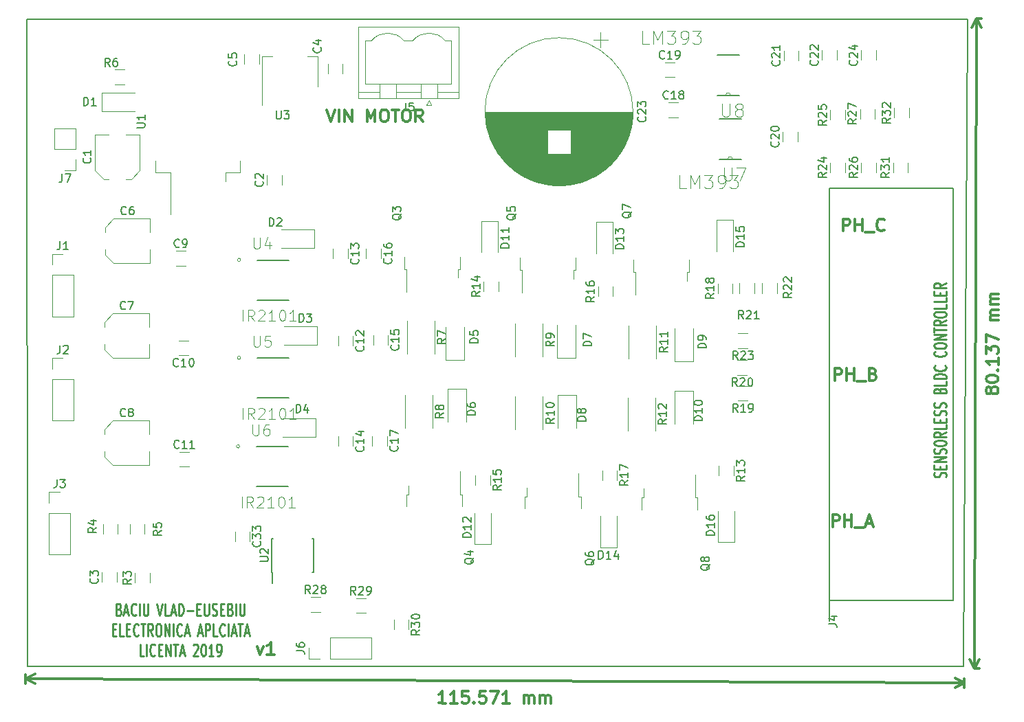
<source format=gbr>
G04 #@! TF.GenerationSoftware,KiCad,Pcbnew,(5.0.2)-1*
G04 #@! TF.CreationDate,2019-05-11T14:53:23+03:00*
G04 #@! TF.ProjectId,ESC versiune2,45534320-7665-4727-9369-756e65322e6b,rev?*
G04 #@! TF.SameCoordinates,Original*
G04 #@! TF.FileFunction,Legend,Top*
G04 #@! TF.FilePolarity,Positive*
%FSLAX46Y46*%
G04 Gerber Fmt 4.6, Leading zero omitted, Abs format (unit mm)*
G04 Created by KiCad (PCBNEW (5.0.2)-1) date 5/11/2019 2:53:23 PM*
%MOMM*%
%LPD*%
G01*
G04 APERTURE LIST*
%ADD10C,0.300000*%
%ADD11C,0.250000*%
%ADD12C,0.150000*%
%ADD13C,0.120000*%
%ADD14C,0.100000*%
%ADD15C,0.152400*%
%ADD16C,0.127000*%
%ADD17C,0.050000*%
G04 APERTURE END LIST*
D10*
X175638627Y-97438131D02*
X175566746Y-97580761D01*
X175495091Y-97651963D01*
X175352009Y-97722938D01*
X175280580Y-97722712D01*
X175137950Y-97650831D01*
X175066749Y-97579176D01*
X174995773Y-97436094D01*
X174996679Y-97150381D01*
X175068560Y-97007751D01*
X175140214Y-96936549D01*
X175283297Y-96865573D01*
X175354725Y-96865800D01*
X175497355Y-96937681D01*
X175568557Y-97009335D01*
X175639533Y-97152418D01*
X175638627Y-97438131D01*
X175709602Y-97581214D01*
X175780804Y-97652869D01*
X175923434Y-97724750D01*
X176209147Y-97725655D01*
X176352230Y-97654680D01*
X176423885Y-97583478D01*
X176495766Y-97440848D01*
X176496671Y-97155135D01*
X176425696Y-97012052D01*
X176354494Y-96940398D01*
X176211864Y-96868517D01*
X175926151Y-96867611D01*
X175783068Y-96938586D01*
X175711414Y-97009788D01*
X175639533Y-97152418D01*
X175000527Y-95936101D02*
X175000980Y-95793245D01*
X175072861Y-95650615D01*
X175144516Y-95579413D01*
X175287599Y-95508437D01*
X175573538Y-95437915D01*
X175930679Y-95439047D01*
X176216165Y-95511381D01*
X176358795Y-95583262D01*
X176429997Y-95654916D01*
X176500973Y-95797999D01*
X176500520Y-95940855D01*
X176428639Y-96083485D01*
X176356984Y-96154687D01*
X176213901Y-96225663D01*
X175927962Y-96296185D01*
X175570821Y-96295053D01*
X175285335Y-96222720D01*
X175142705Y-96150839D01*
X175071503Y-96079184D01*
X175000527Y-95936101D01*
X176361286Y-94797551D02*
X176432940Y-94726349D01*
X176504142Y-94798004D01*
X176432488Y-94869206D01*
X176361286Y-94797551D01*
X176504142Y-94798004D01*
X176508897Y-93298012D02*
X176506180Y-94155150D01*
X176507538Y-93726581D02*
X175007546Y-93721827D01*
X175221378Y-93865362D01*
X175363781Y-94008671D01*
X175434757Y-94151754D01*
X175010489Y-92793260D02*
X175013432Y-91864693D01*
X175583273Y-92366502D01*
X175583952Y-92152217D01*
X175655833Y-92009587D01*
X175727488Y-91938385D01*
X175870571Y-91867410D01*
X176227712Y-91868542D01*
X176370342Y-91940423D01*
X176441544Y-92012077D01*
X176512519Y-92155160D01*
X176511161Y-92583729D01*
X176439280Y-92726359D01*
X176367625Y-92797561D01*
X175015017Y-91364696D02*
X175018186Y-90364701D01*
X176516141Y-91012309D01*
X176523612Y-88655178D02*
X175523617Y-88652008D01*
X175666474Y-88652461D02*
X175595272Y-88580806D01*
X175524297Y-88437724D01*
X175524976Y-88223439D01*
X175596857Y-88080809D01*
X175739940Y-88009833D01*
X176525650Y-88012324D01*
X175739940Y-88009833D02*
X175597310Y-87937952D01*
X175526334Y-87794870D01*
X175527013Y-87580585D01*
X175598894Y-87437955D01*
X175741977Y-87366980D01*
X176527688Y-87369470D01*
X176529952Y-86655188D02*
X175529957Y-86652018D01*
X175672813Y-86652471D02*
X175601611Y-86580816D01*
X175530636Y-86437734D01*
X175531315Y-86223449D01*
X175603196Y-86080819D01*
X175746279Y-86009844D01*
X176531989Y-86012334D01*
X175746279Y-86009844D02*
X175603649Y-85937963D01*
X175532673Y-85794880D01*
X175533352Y-85580595D01*
X175605233Y-85437965D01*
X175748316Y-85366990D01*
X176534027Y-85369480D01*
X173609000Y-131572000D02*
X173863000Y-51435000D01*
X173609000Y-131572000D02*
X174195418Y-131573859D01*
X173863000Y-51435000D02*
X174449418Y-51436859D01*
X173863000Y-51435000D02*
X174445847Y-52563357D01*
X173863000Y-51435000D02*
X173273012Y-52559639D01*
X173609000Y-131572000D02*
X174198988Y-130447361D01*
X173609000Y-131572000D02*
X173026153Y-130443643D01*
X108468267Y-135828867D02*
X107611132Y-135825099D01*
X108039700Y-135826983D02*
X108046293Y-134326998D01*
X107902495Y-134540653D01*
X107759012Y-134682881D01*
X107615842Y-134753681D01*
X109896825Y-135835146D02*
X109039690Y-135831379D01*
X109468257Y-135833263D02*
X109474851Y-134333277D01*
X109331053Y-134546933D01*
X109187569Y-134689161D01*
X109044399Y-134759961D01*
X111260548Y-134341126D02*
X110546269Y-134337987D01*
X110471701Y-135051951D01*
X110543443Y-134980838D01*
X110686613Y-134910038D01*
X111043752Y-134911607D01*
X111186294Y-134983663D01*
X111257408Y-135055405D01*
X111328208Y-135198575D01*
X111326638Y-135555714D01*
X111254582Y-135698256D01*
X111182840Y-135769370D01*
X111039671Y-135840170D01*
X110682531Y-135838600D01*
X110539989Y-135766544D01*
X110468875Y-135694802D01*
X111968861Y-135701396D02*
X112039975Y-135773138D01*
X111968233Y-135844251D01*
X111897119Y-135772510D01*
X111968861Y-135701396D01*
X111968233Y-135844251D01*
X113403384Y-134350545D02*
X112689105Y-134347406D01*
X112614538Y-135061371D01*
X112686280Y-134990257D01*
X112829449Y-134919457D01*
X113186589Y-134921027D01*
X113329130Y-134993082D01*
X113400244Y-135064824D01*
X113471044Y-135207994D01*
X113469474Y-135565133D01*
X113397419Y-135707675D01*
X113325677Y-135778789D01*
X113182507Y-135849589D01*
X112825368Y-135848019D01*
X112682826Y-135775963D01*
X112611712Y-135704221D01*
X113974807Y-134353057D02*
X114974797Y-134357453D01*
X114325353Y-135854612D01*
X116325334Y-135863404D02*
X115468199Y-135859636D01*
X115896767Y-135861520D02*
X115903360Y-134361534D01*
X115759562Y-134575190D01*
X115616079Y-134717418D01*
X115472909Y-134788218D01*
X118111031Y-135871253D02*
X118115426Y-134871262D01*
X118114798Y-135014118D02*
X118186540Y-134943004D01*
X118329710Y-134872204D01*
X118543994Y-134873146D01*
X118686536Y-134945202D01*
X118757335Y-135088372D01*
X118753882Y-135874079D01*
X118757335Y-135088372D02*
X118829391Y-134945830D01*
X118972561Y-134875030D01*
X119186845Y-134875972D01*
X119329386Y-134948028D01*
X119400186Y-135091198D01*
X119396733Y-135876904D01*
X120111012Y-135880044D02*
X120115407Y-134880054D01*
X120114779Y-135022909D02*
X120186521Y-134951795D01*
X120329691Y-134880996D01*
X120543974Y-134881937D01*
X120686516Y-134953993D01*
X120757316Y-135097163D01*
X120753862Y-135882870D01*
X120757316Y-135097163D02*
X120829372Y-134954621D01*
X120972542Y-134883821D01*
X121186825Y-134884763D01*
X121329367Y-134956819D01*
X121400167Y-135099989D01*
X121396713Y-135885695D01*
X56766851Y-132823010D02*
X172336851Y-133331010D01*
X56769000Y-132334000D02*
X56764273Y-133409425D01*
X172339000Y-132842000D02*
X172334273Y-133917425D01*
X172336851Y-133331010D02*
X171207780Y-133912473D01*
X172336851Y-133331010D02*
X171212936Y-132739643D01*
X56766851Y-132823010D02*
X57890766Y-133414377D01*
X56766851Y-132823010D02*
X57895922Y-132241547D01*
X156103142Y-114089571D02*
X156103142Y-112589571D01*
X156674571Y-112589571D01*
X156817428Y-112661000D01*
X156888857Y-112732428D01*
X156960285Y-112875285D01*
X156960285Y-113089571D01*
X156888857Y-113232428D01*
X156817428Y-113303857D01*
X156674571Y-113375285D01*
X156103142Y-113375285D01*
X157603142Y-114089571D02*
X157603142Y-112589571D01*
X157603142Y-113303857D02*
X158460285Y-113303857D01*
X158460285Y-114089571D02*
X158460285Y-112589571D01*
X158817428Y-114232428D02*
X159960285Y-114232428D01*
X160246000Y-113661000D02*
X160960285Y-113661000D01*
X160103142Y-114089571D02*
X160603142Y-112589571D01*
X161103142Y-114089571D01*
X156377000Y-96055571D02*
X156377000Y-94555571D01*
X156948428Y-94555571D01*
X157091285Y-94627000D01*
X157162714Y-94698428D01*
X157234142Y-94841285D01*
X157234142Y-95055571D01*
X157162714Y-95198428D01*
X157091285Y-95269857D01*
X156948428Y-95341285D01*
X156377000Y-95341285D01*
X157877000Y-96055571D02*
X157877000Y-94555571D01*
X157877000Y-95269857D02*
X158734142Y-95269857D01*
X158734142Y-96055571D02*
X158734142Y-94555571D01*
X159091285Y-96198428D02*
X160234142Y-96198428D01*
X161091285Y-95269857D02*
X161305571Y-95341285D01*
X161377000Y-95412714D01*
X161448428Y-95555571D01*
X161448428Y-95769857D01*
X161377000Y-95912714D01*
X161305571Y-95984142D01*
X161162714Y-96055571D01*
X160591285Y-96055571D01*
X160591285Y-94555571D01*
X161091285Y-94555571D01*
X161234142Y-94627000D01*
X161305571Y-94698428D01*
X161377000Y-94841285D01*
X161377000Y-94984142D01*
X161305571Y-95127000D01*
X161234142Y-95198428D01*
X161091285Y-95269857D01*
X160591285Y-95269857D01*
X157393000Y-77640571D02*
X157393000Y-76140571D01*
X157964428Y-76140571D01*
X158107285Y-76212000D01*
X158178714Y-76283428D01*
X158250142Y-76426285D01*
X158250142Y-76640571D01*
X158178714Y-76783428D01*
X158107285Y-76854857D01*
X157964428Y-76926285D01*
X157393000Y-76926285D01*
X158893000Y-77640571D02*
X158893000Y-76140571D01*
X158893000Y-76854857D02*
X159750142Y-76854857D01*
X159750142Y-77640571D02*
X159750142Y-76140571D01*
X160107285Y-77783428D02*
X161250142Y-77783428D01*
X162464428Y-77497714D02*
X162393000Y-77569142D01*
X162178714Y-77640571D01*
X162035857Y-77640571D01*
X161821571Y-77569142D01*
X161678714Y-77426285D01*
X161607285Y-77283428D01*
X161535857Y-76997714D01*
X161535857Y-76783428D01*
X161607285Y-76497714D01*
X161678714Y-76354857D01*
X161821571Y-76212000D01*
X162035857Y-76140571D01*
X162178714Y-76140571D01*
X162393000Y-76212000D01*
X162464428Y-76283428D01*
X93857714Y-62678571D02*
X94357714Y-64178571D01*
X94857714Y-62678571D01*
X95357714Y-64178571D02*
X95357714Y-62678571D01*
X96072000Y-64178571D02*
X96072000Y-62678571D01*
X96929142Y-64178571D01*
X96929142Y-62678571D01*
X98786285Y-64178571D02*
X98786285Y-62678571D01*
X99286285Y-63750000D01*
X99786285Y-62678571D01*
X99786285Y-64178571D01*
X100786285Y-62678571D02*
X101072000Y-62678571D01*
X101214857Y-62750000D01*
X101357714Y-62892857D01*
X101429142Y-63178571D01*
X101429142Y-63678571D01*
X101357714Y-63964285D01*
X101214857Y-64107142D01*
X101072000Y-64178571D01*
X100786285Y-64178571D01*
X100643428Y-64107142D01*
X100500571Y-63964285D01*
X100429142Y-63678571D01*
X100429142Y-63178571D01*
X100500571Y-62892857D01*
X100643428Y-62750000D01*
X100786285Y-62678571D01*
X101857714Y-62678571D02*
X102714857Y-62678571D01*
X102286285Y-64178571D02*
X102286285Y-62678571D01*
X103500571Y-62678571D02*
X103786285Y-62678571D01*
X103929142Y-62750000D01*
X104072000Y-62892857D01*
X104143428Y-63178571D01*
X104143428Y-63678571D01*
X104072000Y-63964285D01*
X103929142Y-64107142D01*
X103786285Y-64178571D01*
X103500571Y-64178571D01*
X103357714Y-64107142D01*
X103214857Y-63964285D01*
X103143428Y-63678571D01*
X103143428Y-63178571D01*
X103214857Y-62892857D01*
X103357714Y-62750000D01*
X103500571Y-62678571D01*
X105643428Y-64178571D02*
X105143428Y-63464285D01*
X104786285Y-64178571D02*
X104786285Y-62678571D01*
X105357714Y-62678571D01*
X105500571Y-62750000D01*
X105572000Y-62821428D01*
X105643428Y-62964285D01*
X105643428Y-63178571D01*
X105572000Y-63321428D01*
X105500571Y-63392857D01*
X105357714Y-63464285D01*
X104786285Y-63464285D01*
X85288571Y-128837571D02*
X85645714Y-129837571D01*
X86002857Y-128837571D01*
X87360000Y-129837571D02*
X86502857Y-129837571D01*
X86931428Y-129837571D02*
X86931428Y-128337571D01*
X86788571Y-128551857D01*
X86645714Y-128694714D01*
X86502857Y-128766142D01*
D11*
X170025142Y-107964380D02*
X170096571Y-107821523D01*
X170096571Y-107583428D01*
X170025142Y-107488190D01*
X169953714Y-107440571D01*
X169810857Y-107392952D01*
X169668000Y-107392952D01*
X169525142Y-107440571D01*
X169453714Y-107488190D01*
X169382285Y-107583428D01*
X169310857Y-107773904D01*
X169239428Y-107869142D01*
X169168000Y-107916761D01*
X169025142Y-107964380D01*
X168882285Y-107964380D01*
X168739428Y-107916761D01*
X168668000Y-107869142D01*
X168596571Y-107773904D01*
X168596571Y-107535809D01*
X168668000Y-107392952D01*
X169310857Y-106964380D02*
X169310857Y-106631047D01*
X170096571Y-106488190D02*
X170096571Y-106964380D01*
X168596571Y-106964380D01*
X168596571Y-106488190D01*
X170096571Y-106059619D02*
X168596571Y-106059619D01*
X170096571Y-105488190D01*
X168596571Y-105488190D01*
X170025142Y-105059619D02*
X170096571Y-104916761D01*
X170096571Y-104678666D01*
X170025142Y-104583428D01*
X169953714Y-104535809D01*
X169810857Y-104488190D01*
X169668000Y-104488190D01*
X169525142Y-104535809D01*
X169453714Y-104583428D01*
X169382285Y-104678666D01*
X169310857Y-104869142D01*
X169239428Y-104964380D01*
X169168000Y-105012000D01*
X169025142Y-105059619D01*
X168882285Y-105059619D01*
X168739428Y-105012000D01*
X168668000Y-104964380D01*
X168596571Y-104869142D01*
X168596571Y-104631047D01*
X168668000Y-104488190D01*
X168596571Y-103869142D02*
X168596571Y-103678666D01*
X168668000Y-103583428D01*
X168810857Y-103488190D01*
X169096571Y-103440571D01*
X169596571Y-103440571D01*
X169882285Y-103488190D01*
X170025142Y-103583428D01*
X170096571Y-103678666D01*
X170096571Y-103869142D01*
X170025142Y-103964380D01*
X169882285Y-104059619D01*
X169596571Y-104107238D01*
X169096571Y-104107238D01*
X168810857Y-104059619D01*
X168668000Y-103964380D01*
X168596571Y-103869142D01*
X170096571Y-102440571D02*
X169382285Y-102773904D01*
X170096571Y-103012000D02*
X168596571Y-103012000D01*
X168596571Y-102631047D01*
X168668000Y-102535809D01*
X168739428Y-102488190D01*
X168882285Y-102440571D01*
X169096571Y-102440571D01*
X169239428Y-102488190D01*
X169310857Y-102535809D01*
X169382285Y-102631047D01*
X169382285Y-103012000D01*
X170096571Y-101535809D02*
X170096571Y-102012000D01*
X168596571Y-102012000D01*
X169310857Y-101202476D02*
X169310857Y-100869142D01*
X170096571Y-100726285D02*
X170096571Y-101202476D01*
X168596571Y-101202476D01*
X168596571Y-100726285D01*
X170025142Y-100345333D02*
X170096571Y-100202476D01*
X170096571Y-99964380D01*
X170025142Y-99869142D01*
X169953714Y-99821523D01*
X169810857Y-99773904D01*
X169668000Y-99773904D01*
X169525142Y-99821523D01*
X169453714Y-99869142D01*
X169382285Y-99964380D01*
X169310857Y-100154857D01*
X169239428Y-100250095D01*
X169168000Y-100297714D01*
X169025142Y-100345333D01*
X168882285Y-100345333D01*
X168739428Y-100297714D01*
X168668000Y-100250095D01*
X168596571Y-100154857D01*
X168596571Y-99916761D01*
X168668000Y-99773904D01*
X170025142Y-99392952D02*
X170096571Y-99250095D01*
X170096571Y-99012000D01*
X170025142Y-98916761D01*
X169953714Y-98869142D01*
X169810857Y-98821523D01*
X169668000Y-98821523D01*
X169525142Y-98869142D01*
X169453714Y-98916761D01*
X169382285Y-99012000D01*
X169310857Y-99202476D01*
X169239428Y-99297714D01*
X169168000Y-99345333D01*
X169025142Y-99392952D01*
X168882285Y-99392952D01*
X168739428Y-99345333D01*
X168668000Y-99297714D01*
X168596571Y-99202476D01*
X168596571Y-98964380D01*
X168668000Y-98821523D01*
X169310857Y-97297714D02*
X169382285Y-97154857D01*
X169453714Y-97107238D01*
X169596571Y-97059619D01*
X169810857Y-97059619D01*
X169953714Y-97107238D01*
X170025142Y-97154857D01*
X170096571Y-97250095D01*
X170096571Y-97631047D01*
X168596571Y-97631047D01*
X168596571Y-97297714D01*
X168668000Y-97202476D01*
X168739428Y-97154857D01*
X168882285Y-97107238D01*
X169025142Y-97107238D01*
X169168000Y-97154857D01*
X169239428Y-97202476D01*
X169310857Y-97297714D01*
X169310857Y-97631047D01*
X170096571Y-96154857D02*
X170096571Y-96631047D01*
X168596571Y-96631047D01*
X170096571Y-95821523D02*
X168596571Y-95821523D01*
X168596571Y-95583428D01*
X168668000Y-95440571D01*
X168810857Y-95345333D01*
X168953714Y-95297714D01*
X169239428Y-95250095D01*
X169453714Y-95250095D01*
X169739428Y-95297714D01*
X169882285Y-95345333D01*
X170025142Y-95440571D01*
X170096571Y-95583428D01*
X170096571Y-95821523D01*
X169953714Y-94250095D02*
X170025142Y-94297714D01*
X170096571Y-94440571D01*
X170096571Y-94535809D01*
X170025142Y-94678666D01*
X169882285Y-94773904D01*
X169739428Y-94821523D01*
X169453714Y-94869142D01*
X169239428Y-94869142D01*
X168953714Y-94821523D01*
X168810857Y-94773904D01*
X168668000Y-94678666D01*
X168596571Y-94535809D01*
X168596571Y-94440571D01*
X168668000Y-94297714D01*
X168739428Y-94250095D01*
X169953714Y-92488190D02*
X170025142Y-92535809D01*
X170096571Y-92678666D01*
X170096571Y-92773904D01*
X170025142Y-92916761D01*
X169882285Y-93012000D01*
X169739428Y-93059619D01*
X169453714Y-93107238D01*
X169239428Y-93107238D01*
X168953714Y-93059619D01*
X168810857Y-93012000D01*
X168668000Y-92916761D01*
X168596571Y-92773904D01*
X168596571Y-92678666D01*
X168668000Y-92535809D01*
X168739428Y-92488190D01*
X168596571Y-91869142D02*
X168596571Y-91678666D01*
X168668000Y-91583428D01*
X168810857Y-91488190D01*
X169096571Y-91440571D01*
X169596571Y-91440571D01*
X169882285Y-91488190D01*
X170025142Y-91583428D01*
X170096571Y-91678666D01*
X170096571Y-91869142D01*
X170025142Y-91964380D01*
X169882285Y-92059619D01*
X169596571Y-92107238D01*
X169096571Y-92107238D01*
X168810857Y-92059619D01*
X168668000Y-91964380D01*
X168596571Y-91869142D01*
X170096571Y-91012000D02*
X168596571Y-91012000D01*
X170096571Y-90440571D01*
X168596571Y-90440571D01*
X168596571Y-90107238D02*
X168596571Y-89535809D01*
X170096571Y-89821523D02*
X168596571Y-89821523D01*
X170096571Y-88631047D02*
X169382285Y-88964380D01*
X170096571Y-89202476D02*
X168596571Y-89202476D01*
X168596571Y-88821523D01*
X168668000Y-88726285D01*
X168739428Y-88678666D01*
X168882285Y-88631047D01*
X169096571Y-88631047D01*
X169239428Y-88678666D01*
X169310857Y-88726285D01*
X169382285Y-88821523D01*
X169382285Y-89202476D01*
X168596571Y-88012000D02*
X168596571Y-87821523D01*
X168668000Y-87726285D01*
X168810857Y-87631047D01*
X169096571Y-87583428D01*
X169596571Y-87583428D01*
X169882285Y-87631047D01*
X170025142Y-87726285D01*
X170096571Y-87821523D01*
X170096571Y-88012000D01*
X170025142Y-88107238D01*
X169882285Y-88202476D01*
X169596571Y-88250095D01*
X169096571Y-88250095D01*
X168810857Y-88202476D01*
X168668000Y-88107238D01*
X168596571Y-88012000D01*
X170096571Y-86678666D02*
X170096571Y-87154857D01*
X168596571Y-87154857D01*
X170096571Y-85869142D02*
X170096571Y-86345333D01*
X168596571Y-86345333D01*
X169310857Y-85535809D02*
X169310857Y-85202476D01*
X170096571Y-85059619D02*
X170096571Y-85535809D01*
X168596571Y-85535809D01*
X168596571Y-85059619D01*
X170096571Y-84059619D02*
X169382285Y-84392952D01*
X170096571Y-84631047D02*
X168596571Y-84631047D01*
X168596571Y-84250095D01*
X168668000Y-84154857D01*
X168739428Y-84107238D01*
X168882285Y-84059619D01*
X169096571Y-84059619D01*
X169239428Y-84107238D01*
X169310857Y-84154857D01*
X169382285Y-84250095D01*
X169382285Y-84631047D01*
X68271380Y-124265857D02*
X68414238Y-124337285D01*
X68461857Y-124408714D01*
X68509476Y-124551571D01*
X68509476Y-124765857D01*
X68461857Y-124908714D01*
X68414238Y-124980142D01*
X68319000Y-125051571D01*
X67938047Y-125051571D01*
X67938047Y-123551571D01*
X68271380Y-123551571D01*
X68366619Y-123623000D01*
X68414238Y-123694428D01*
X68461857Y-123837285D01*
X68461857Y-123980142D01*
X68414238Y-124123000D01*
X68366619Y-124194428D01*
X68271380Y-124265857D01*
X67938047Y-124265857D01*
X68890428Y-124623000D02*
X69366619Y-124623000D01*
X68795190Y-125051571D02*
X69128523Y-123551571D01*
X69461857Y-125051571D01*
X70366619Y-124908714D02*
X70319000Y-124980142D01*
X70176142Y-125051571D01*
X70080904Y-125051571D01*
X69938047Y-124980142D01*
X69842809Y-124837285D01*
X69795190Y-124694428D01*
X69747571Y-124408714D01*
X69747571Y-124194428D01*
X69795190Y-123908714D01*
X69842809Y-123765857D01*
X69938047Y-123623000D01*
X70080904Y-123551571D01*
X70176142Y-123551571D01*
X70319000Y-123623000D01*
X70366619Y-123694428D01*
X70795190Y-125051571D02*
X70795190Y-123551571D01*
X71271380Y-123551571D02*
X71271380Y-124765857D01*
X71319000Y-124908714D01*
X71366619Y-124980142D01*
X71461857Y-125051571D01*
X71652333Y-125051571D01*
X71747571Y-124980142D01*
X71795190Y-124908714D01*
X71842809Y-124765857D01*
X71842809Y-123551571D01*
X72938047Y-123551571D02*
X73271380Y-125051571D01*
X73604714Y-123551571D01*
X74414238Y-125051571D02*
X73938047Y-125051571D01*
X73938047Y-123551571D01*
X74699952Y-124623000D02*
X75176142Y-124623000D01*
X74604714Y-125051571D02*
X74938047Y-123551571D01*
X75271380Y-125051571D01*
X75604714Y-125051571D02*
X75604714Y-123551571D01*
X75842809Y-123551571D01*
X75985666Y-123623000D01*
X76080904Y-123765857D01*
X76128523Y-123908714D01*
X76176142Y-124194428D01*
X76176142Y-124408714D01*
X76128523Y-124694428D01*
X76080904Y-124837285D01*
X75985666Y-124980142D01*
X75842809Y-125051571D01*
X75604714Y-125051571D01*
X76604714Y-124480142D02*
X77366619Y-124480142D01*
X77842809Y-124265857D02*
X78176142Y-124265857D01*
X78319000Y-125051571D02*
X77842809Y-125051571D01*
X77842809Y-123551571D01*
X78319000Y-123551571D01*
X78747571Y-123551571D02*
X78747571Y-124765857D01*
X78795190Y-124908714D01*
X78842809Y-124980142D01*
X78938047Y-125051571D01*
X79128523Y-125051571D01*
X79223761Y-124980142D01*
X79271380Y-124908714D01*
X79319000Y-124765857D01*
X79319000Y-123551571D01*
X79747571Y-124980142D02*
X79890428Y-125051571D01*
X80128523Y-125051571D01*
X80223761Y-124980142D01*
X80271380Y-124908714D01*
X80319000Y-124765857D01*
X80319000Y-124623000D01*
X80271380Y-124480142D01*
X80223761Y-124408714D01*
X80128523Y-124337285D01*
X79938047Y-124265857D01*
X79842809Y-124194428D01*
X79795190Y-124123000D01*
X79747571Y-123980142D01*
X79747571Y-123837285D01*
X79795190Y-123694428D01*
X79842809Y-123623000D01*
X79938047Y-123551571D01*
X80176142Y-123551571D01*
X80319000Y-123623000D01*
X80747571Y-124265857D02*
X81080904Y-124265857D01*
X81223761Y-125051571D02*
X80747571Y-125051571D01*
X80747571Y-123551571D01*
X81223761Y-123551571D01*
X81985666Y-124265857D02*
X82128523Y-124337285D01*
X82176142Y-124408714D01*
X82223761Y-124551571D01*
X82223761Y-124765857D01*
X82176142Y-124908714D01*
X82128523Y-124980142D01*
X82033285Y-125051571D01*
X81652333Y-125051571D01*
X81652333Y-123551571D01*
X81985666Y-123551571D01*
X82080904Y-123623000D01*
X82128523Y-123694428D01*
X82176142Y-123837285D01*
X82176142Y-123980142D01*
X82128523Y-124123000D01*
X82080904Y-124194428D01*
X81985666Y-124265857D01*
X81652333Y-124265857D01*
X82652333Y-125051571D02*
X82652333Y-123551571D01*
X83128523Y-123551571D02*
X83128523Y-124765857D01*
X83176142Y-124908714D01*
X83223761Y-124980142D01*
X83319000Y-125051571D01*
X83509476Y-125051571D01*
X83604714Y-124980142D01*
X83652333Y-124908714D01*
X83699952Y-124765857D01*
X83699952Y-123551571D01*
X67461857Y-126765857D02*
X67795190Y-126765857D01*
X67938047Y-127551571D02*
X67461857Y-127551571D01*
X67461857Y-126051571D01*
X67938047Y-126051571D01*
X68842809Y-127551571D02*
X68366619Y-127551571D01*
X68366619Y-126051571D01*
X69176142Y-126765857D02*
X69509476Y-126765857D01*
X69652333Y-127551571D02*
X69176142Y-127551571D01*
X69176142Y-126051571D01*
X69652333Y-126051571D01*
X70652333Y-127408714D02*
X70604714Y-127480142D01*
X70461857Y-127551571D01*
X70366619Y-127551571D01*
X70223761Y-127480142D01*
X70128523Y-127337285D01*
X70080904Y-127194428D01*
X70033285Y-126908714D01*
X70033285Y-126694428D01*
X70080904Y-126408714D01*
X70128523Y-126265857D01*
X70223761Y-126123000D01*
X70366619Y-126051571D01*
X70461857Y-126051571D01*
X70604714Y-126123000D01*
X70652333Y-126194428D01*
X70938047Y-126051571D02*
X71509476Y-126051571D01*
X71223761Y-127551571D02*
X71223761Y-126051571D01*
X72414238Y-127551571D02*
X72080904Y-126837285D01*
X71842809Y-127551571D02*
X71842809Y-126051571D01*
X72223761Y-126051571D01*
X72319000Y-126123000D01*
X72366619Y-126194428D01*
X72414238Y-126337285D01*
X72414238Y-126551571D01*
X72366619Y-126694428D01*
X72319000Y-126765857D01*
X72223761Y-126837285D01*
X71842809Y-126837285D01*
X73033285Y-126051571D02*
X73223761Y-126051571D01*
X73319000Y-126123000D01*
X73414238Y-126265857D01*
X73461857Y-126551571D01*
X73461857Y-127051571D01*
X73414238Y-127337285D01*
X73319000Y-127480142D01*
X73223761Y-127551571D01*
X73033285Y-127551571D01*
X72938047Y-127480142D01*
X72842809Y-127337285D01*
X72795190Y-127051571D01*
X72795190Y-126551571D01*
X72842809Y-126265857D01*
X72938047Y-126123000D01*
X73033285Y-126051571D01*
X73890428Y-127551571D02*
X73890428Y-126051571D01*
X74461857Y-127551571D01*
X74461857Y-126051571D01*
X74938047Y-127551571D02*
X74938047Y-126051571D01*
X75985666Y-127408714D02*
X75938047Y-127480142D01*
X75795190Y-127551571D01*
X75699952Y-127551571D01*
X75557095Y-127480142D01*
X75461857Y-127337285D01*
X75414238Y-127194428D01*
X75366619Y-126908714D01*
X75366619Y-126694428D01*
X75414238Y-126408714D01*
X75461857Y-126265857D01*
X75557095Y-126123000D01*
X75699952Y-126051571D01*
X75795190Y-126051571D01*
X75938047Y-126123000D01*
X75985666Y-126194428D01*
X76366619Y-127123000D02*
X76842809Y-127123000D01*
X76271380Y-127551571D02*
X76604714Y-126051571D01*
X76938047Y-127551571D01*
X77985666Y-127123000D02*
X78461857Y-127123000D01*
X77890428Y-127551571D02*
X78223761Y-126051571D01*
X78557095Y-127551571D01*
X78890428Y-127551571D02*
X78890428Y-126051571D01*
X79271380Y-126051571D01*
X79366619Y-126123000D01*
X79414238Y-126194428D01*
X79461857Y-126337285D01*
X79461857Y-126551571D01*
X79414238Y-126694428D01*
X79366619Y-126765857D01*
X79271380Y-126837285D01*
X78890428Y-126837285D01*
X80366619Y-127551571D02*
X79890428Y-127551571D01*
X79890428Y-126051571D01*
X81271380Y-127408714D02*
X81223761Y-127480142D01*
X81080904Y-127551571D01*
X80985666Y-127551571D01*
X80842809Y-127480142D01*
X80747571Y-127337285D01*
X80699952Y-127194428D01*
X80652333Y-126908714D01*
X80652333Y-126694428D01*
X80699952Y-126408714D01*
X80747571Y-126265857D01*
X80842809Y-126123000D01*
X80985666Y-126051571D01*
X81080904Y-126051571D01*
X81223761Y-126123000D01*
X81271380Y-126194428D01*
X81699952Y-127551571D02*
X81699952Y-126051571D01*
X82128523Y-127123000D02*
X82604714Y-127123000D01*
X82033285Y-127551571D02*
X82366619Y-126051571D01*
X82699952Y-127551571D01*
X82890428Y-126051571D02*
X83461857Y-126051571D01*
X83176142Y-127551571D02*
X83176142Y-126051571D01*
X83747571Y-127123000D02*
X84223761Y-127123000D01*
X83652333Y-127551571D02*
X83985666Y-126051571D01*
X84319000Y-127551571D01*
X71319000Y-130051571D02*
X70842809Y-130051571D01*
X70842809Y-128551571D01*
X71652333Y-130051571D02*
X71652333Y-128551571D01*
X72699952Y-129908714D02*
X72652333Y-129980142D01*
X72509476Y-130051571D01*
X72414238Y-130051571D01*
X72271380Y-129980142D01*
X72176142Y-129837285D01*
X72128523Y-129694428D01*
X72080904Y-129408714D01*
X72080904Y-129194428D01*
X72128523Y-128908714D01*
X72176142Y-128765857D01*
X72271380Y-128623000D01*
X72414238Y-128551571D01*
X72509476Y-128551571D01*
X72652333Y-128623000D01*
X72699952Y-128694428D01*
X73128523Y-129265857D02*
X73461857Y-129265857D01*
X73604714Y-130051571D02*
X73128523Y-130051571D01*
X73128523Y-128551571D01*
X73604714Y-128551571D01*
X74033285Y-130051571D02*
X74033285Y-128551571D01*
X74604714Y-130051571D01*
X74604714Y-128551571D01*
X74938047Y-128551571D02*
X75509476Y-128551571D01*
X75223761Y-130051571D02*
X75223761Y-128551571D01*
X75795190Y-129623000D02*
X76271380Y-129623000D01*
X75699952Y-130051571D02*
X76033285Y-128551571D01*
X76366619Y-130051571D01*
X77414238Y-128694428D02*
X77461857Y-128623000D01*
X77557095Y-128551571D01*
X77795190Y-128551571D01*
X77890428Y-128623000D01*
X77938047Y-128694428D01*
X77985666Y-128837285D01*
X77985666Y-128980142D01*
X77938047Y-129194428D01*
X77366619Y-130051571D01*
X77985666Y-130051571D01*
X78604714Y-128551571D02*
X78699952Y-128551571D01*
X78795190Y-128623000D01*
X78842809Y-128694428D01*
X78890428Y-128837285D01*
X78938047Y-129123000D01*
X78938047Y-129480142D01*
X78890428Y-129765857D01*
X78842809Y-129908714D01*
X78795190Y-129980142D01*
X78699952Y-130051571D01*
X78604714Y-130051571D01*
X78509476Y-129980142D01*
X78461857Y-129908714D01*
X78414238Y-129765857D01*
X78366619Y-129480142D01*
X78366619Y-129123000D01*
X78414238Y-128837285D01*
X78461857Y-128694428D01*
X78509476Y-128623000D01*
X78604714Y-128551571D01*
X79890428Y-130051571D02*
X79319000Y-130051571D01*
X79604714Y-130051571D02*
X79604714Y-128551571D01*
X79509476Y-128765857D01*
X79414238Y-128908714D01*
X79319000Y-128980142D01*
X80366619Y-130051571D02*
X80557095Y-130051571D01*
X80652333Y-129980142D01*
X80699952Y-129908714D01*
X80795190Y-129694428D01*
X80842809Y-129408714D01*
X80842809Y-128837285D01*
X80795190Y-128694428D01*
X80747571Y-128623000D01*
X80652333Y-128551571D01*
X80461857Y-128551571D01*
X80366619Y-128623000D01*
X80319000Y-128694428D01*
X80271380Y-128837285D01*
X80271380Y-129194428D01*
X80319000Y-129337285D01*
X80366619Y-129408714D01*
X80461857Y-129480142D01*
X80652333Y-129480142D01*
X80747571Y-129408714D01*
X80795190Y-129337285D01*
X80842809Y-129194428D01*
D12*
X57023000Y-131318000D02*
X172212000Y-131318000D01*
X172720000Y-51562000D02*
X172212000Y-131318000D01*
X56896000Y-51562000D02*
X57023000Y-131318000D01*
X56896000Y-51562000D02*
X172720000Y-51562000D01*
D13*
G04 #@! TO.C,U3*
X92691000Y-56104000D02*
X91431000Y-56104000D01*
X85871000Y-56104000D02*
X87131000Y-56104000D01*
X92691000Y-59864000D02*
X92691000Y-56104000D01*
X85871000Y-62114000D02*
X85871000Y-56104000D01*
G04 #@! TO.C,C33*
X82529000Y-114677436D02*
X82529000Y-115881564D01*
X84349000Y-114677436D02*
X84349000Y-115881564D01*
G04 #@! TO.C,C24*
X159618000Y-56572564D02*
X159618000Y-55368436D01*
X161438000Y-56572564D02*
X161438000Y-55368436D01*
G04 #@! TO.C,C22*
X156612000Y-56572564D02*
X156612000Y-55368436D01*
X154792000Y-56572564D02*
X154792000Y-55368436D01*
G04 #@! TO.C,C21*
X150093000Y-56609064D02*
X150093000Y-55404936D01*
X151913000Y-56609064D02*
X151913000Y-55404936D01*
G04 #@! TO.C,C20*
X151786000Y-66605564D02*
X151786000Y-65401436D01*
X149966000Y-66605564D02*
X149966000Y-65401436D01*
G04 #@! TO.C,C19*
X135451436Y-56875000D02*
X136655564Y-56875000D01*
X135451436Y-58695000D02*
X136655564Y-58695000D01*
G04 #@! TO.C,C18*
X135922936Y-63648000D02*
X137127064Y-63648000D01*
X135922936Y-61828000D02*
X137127064Y-61828000D01*
G04 #@! TO.C,C3*
X66146000Y-120907564D02*
X66146000Y-119703436D01*
X67966000Y-120907564D02*
X67966000Y-119703436D01*
D14*
G04 #@! TO.C,U7*
X143205200Y-68783200D02*
G75*
G02X143814800Y-68783200I304800J0D01*
G01*
D15*
X143814800Y-68783200D02*
X144881600Y-68783200D01*
X143205200Y-68783200D02*
X143814800Y-68783200D01*
X142138400Y-68783200D02*
X143205200Y-68783200D01*
X144881600Y-63804800D02*
X142138400Y-63804800D01*
G04 #@! TO.C,U8*
X144627600Y-55930800D02*
X141884400Y-55930800D01*
X141884400Y-60909200D02*
X142951200Y-60909200D01*
X142951200Y-60909200D02*
X143560800Y-60909200D01*
X143560800Y-60909200D02*
X144627600Y-60909200D01*
D14*
X142951200Y-60909200D02*
G75*
G02X143560800Y-60909200I304800J0D01*
G01*
D13*
G04 #@! TO.C,R30*
X103907000Y-125545436D02*
X103907000Y-126749564D01*
X102087000Y-125545436D02*
X102087000Y-126749564D01*
G04 #@! TO.C,R25*
X157628000Y-63938564D02*
X157628000Y-62734436D01*
X155808000Y-63938564D02*
X155808000Y-62734436D01*
G04 #@! TO.C,R23*
X145672564Y-92096000D02*
X144468436Y-92096000D01*
X145672564Y-90276000D02*
X144468436Y-90276000D01*
G04 #@! TO.C,R24*
X157628000Y-70415564D02*
X157628000Y-69211436D01*
X155808000Y-70415564D02*
X155808000Y-69211436D01*
G04 #@! TO.C,R26*
X159618000Y-70415564D02*
X159618000Y-69211436D01*
X161438000Y-70415564D02*
X161438000Y-69211436D01*
G04 #@! TO.C,R27*
X161311000Y-63811564D02*
X161311000Y-62607436D01*
X159491000Y-63811564D02*
X159491000Y-62607436D01*
G04 #@! TO.C,R28*
X91853936Y-122788000D02*
X93058064Y-122788000D01*
X91853936Y-124608000D02*
X93058064Y-124608000D01*
G04 #@! TO.C,R29*
X97441936Y-124735000D02*
X98646064Y-124735000D01*
X97441936Y-122915000D02*
X98646064Y-122915000D01*
G04 #@! TO.C,R32*
X163682000Y-63684564D02*
X163682000Y-62480436D01*
X165502000Y-63684564D02*
X165502000Y-62480436D01*
G04 #@! TO.C,R22*
X144646854Y-84093688D02*
X144646854Y-85297816D01*
X146466854Y-84093688D02*
X146466854Y-85297816D01*
G04 #@! TO.C,R21*
X147440854Y-85297816D02*
X147440854Y-84093688D01*
X149260854Y-85297816D02*
X149260854Y-84093688D01*
G04 #@! TO.C,R31*
X165375000Y-70415564D02*
X165375000Y-69211436D01*
X163555000Y-70415564D02*
X163555000Y-69211436D01*
G04 #@! TO.C,R20*
X145599564Y-95398000D02*
X144395436Y-95398000D01*
X145599564Y-93578000D02*
X144395436Y-93578000D01*
G04 #@! TO.C,R3*
X72030000Y-120961564D02*
X72030000Y-119757436D01*
X70210000Y-120961564D02*
X70210000Y-119757436D01*
G04 #@! TO.C,R19*
X145672564Y-98573000D02*
X144468436Y-98573000D01*
X145672564Y-96753000D02*
X144468436Y-96753000D01*
D12*
G04 #@! TO.C,J4*
X155702000Y-125730000D02*
X155702000Y-72390000D01*
X155702000Y-72390000D02*
X170942000Y-72390000D01*
X170942000Y-72390000D02*
X170942000Y-123190000D01*
X170942000Y-123190000D02*
X155702000Y-123190000D01*
D13*
G04 #@! TO.C,J5*
X104439159Y-54172179D02*
G75*
G02X108426000Y-54188000I1986841J-1665821D01*
G01*
X99359159Y-54172179D02*
G75*
G02X103346000Y-54188000I1986841J-1665821D01*
G01*
X110076000Y-61298000D02*
X110076000Y-52478000D01*
X110076000Y-52478000D02*
X97696000Y-52478000D01*
X97696000Y-52478000D02*
X97696000Y-61298000D01*
X97696000Y-61298000D02*
X110076000Y-61298000D01*
X110076000Y-60488000D02*
X107536000Y-60488000D01*
X97696000Y-60488000D02*
X100236000Y-60488000D01*
X105426000Y-60488000D02*
X102346000Y-60488000D01*
X107426000Y-59488000D02*
X107426000Y-61298000D01*
X107426000Y-61298000D02*
X105426000Y-61298000D01*
X105426000Y-61298000D02*
X105426000Y-59488000D01*
X105426000Y-59488000D02*
X107426000Y-59488000D01*
X102346000Y-59488000D02*
X102346000Y-61298000D01*
X102346000Y-61298000D02*
X100346000Y-61298000D01*
X100346000Y-61298000D02*
X100346000Y-59488000D01*
X100346000Y-59488000D02*
X102346000Y-59488000D01*
X104426000Y-54188000D02*
X103346000Y-54188000D01*
X108426000Y-54188000D02*
X109166000Y-54188000D01*
X109166000Y-54188000D02*
X109166000Y-59488000D01*
X109166000Y-59488000D02*
X98606000Y-59488000D01*
X98606000Y-59488000D02*
X98606000Y-54188000D01*
X98606000Y-54188000D02*
X99346000Y-54188000D01*
X106126000Y-62098000D02*
X106426000Y-61498000D01*
X106426000Y-61498000D02*
X106726000Y-62098000D01*
X106726000Y-62098000D02*
X106126000Y-62098000D01*
G04 #@! TO.C,C23*
X131548000Y-62932000D02*
G75*
G03X131548000Y-62932000I-9120000J0D01*
G01*
X131509000Y-62932000D02*
X113347000Y-62932000D01*
X131508000Y-62972000D02*
X113348000Y-62972000D01*
X131508000Y-63012000D02*
X113348000Y-63012000D01*
X131508000Y-63052000D02*
X113348000Y-63052000D01*
X131507000Y-63092000D02*
X113349000Y-63092000D01*
X131506000Y-63132000D02*
X113350000Y-63132000D01*
X131505000Y-63172000D02*
X113351000Y-63172000D01*
X131504000Y-63212000D02*
X113352000Y-63212000D01*
X131503000Y-63252000D02*
X113353000Y-63252000D01*
X131501000Y-63292000D02*
X113355000Y-63292000D01*
X131500000Y-63332000D02*
X113356000Y-63332000D01*
X131498000Y-63372000D02*
X113358000Y-63372000D01*
X131496000Y-63412000D02*
X113360000Y-63412000D01*
X131494000Y-63452000D02*
X113362000Y-63452000D01*
X131491000Y-63492000D02*
X113365000Y-63492000D01*
X131489000Y-63532000D02*
X113367000Y-63532000D01*
X131486000Y-63572000D02*
X113370000Y-63572000D01*
X131483000Y-63612000D02*
X113373000Y-63612000D01*
X131480000Y-63653000D02*
X113376000Y-63653000D01*
X131477000Y-63693000D02*
X113379000Y-63693000D01*
X131473000Y-63733000D02*
X113383000Y-63733000D01*
X131470000Y-63773000D02*
X113386000Y-63773000D01*
X131466000Y-63813000D02*
X113390000Y-63813000D01*
X131462000Y-63853000D02*
X113394000Y-63853000D01*
X131458000Y-63893000D02*
X113398000Y-63893000D01*
X131454000Y-63933000D02*
X113402000Y-63933000D01*
X131449000Y-63973000D02*
X113407000Y-63973000D01*
X131444000Y-64013000D02*
X113412000Y-64013000D01*
X131439000Y-64053000D02*
X113417000Y-64053000D01*
X131434000Y-64093000D02*
X113422000Y-64093000D01*
X131429000Y-64133000D02*
X113427000Y-64133000D01*
X131424000Y-64173000D02*
X113432000Y-64173000D01*
X131418000Y-64213000D02*
X113438000Y-64213000D01*
X131412000Y-64253000D02*
X113444000Y-64253000D01*
X131407000Y-64293000D02*
X113449000Y-64293000D01*
X131400000Y-64333000D02*
X113456000Y-64333000D01*
X131394000Y-64373000D02*
X113462000Y-64373000D01*
X131388000Y-64413000D02*
X113468000Y-64413000D01*
X131381000Y-64453000D02*
X113475000Y-64453000D01*
X131374000Y-64493000D02*
X113482000Y-64493000D01*
X131367000Y-64533000D02*
X113489000Y-64533000D01*
X131360000Y-64573000D02*
X113496000Y-64573000D01*
X131352000Y-64613000D02*
X113504000Y-64613000D01*
X131345000Y-64653000D02*
X113511000Y-64653000D01*
X131337000Y-64693000D02*
X113519000Y-64693000D01*
X131329000Y-64733000D02*
X113527000Y-64733000D01*
X131321000Y-64773000D02*
X113535000Y-64773000D01*
X131313000Y-64813000D02*
X113543000Y-64813000D01*
X131304000Y-64853000D02*
X113552000Y-64853000D01*
X131295000Y-64893000D02*
X113561000Y-64893000D01*
X131286000Y-64933000D02*
X113570000Y-64933000D01*
X131277000Y-64973000D02*
X113579000Y-64973000D01*
X131268000Y-65013000D02*
X113588000Y-65013000D01*
X131259000Y-65053000D02*
X113597000Y-65053000D01*
X131249000Y-65093000D02*
X113607000Y-65093000D01*
X131239000Y-65133000D02*
X113617000Y-65133000D01*
X131229000Y-65173000D02*
X113627000Y-65173000D01*
X131219000Y-65213000D02*
X113637000Y-65213000D01*
X131208000Y-65253000D02*
X123868000Y-65253000D01*
X120988000Y-65253000D02*
X113648000Y-65253000D01*
X131198000Y-65293000D02*
X123868000Y-65293000D01*
X120988000Y-65293000D02*
X113658000Y-65293000D01*
X131187000Y-65333000D02*
X123868000Y-65333000D01*
X120988000Y-65333000D02*
X113669000Y-65333000D01*
X131176000Y-65373000D02*
X123868000Y-65373000D01*
X120988000Y-65373000D02*
X113680000Y-65373000D01*
X131165000Y-65413000D02*
X123868000Y-65413000D01*
X120988000Y-65413000D02*
X113691000Y-65413000D01*
X131153000Y-65453000D02*
X123868000Y-65453000D01*
X120988000Y-65453000D02*
X113703000Y-65453000D01*
X131142000Y-65493000D02*
X123868000Y-65493000D01*
X120988000Y-65493000D02*
X113714000Y-65493000D01*
X131130000Y-65533000D02*
X123868000Y-65533000D01*
X120988000Y-65533000D02*
X113726000Y-65533000D01*
X131118000Y-65573000D02*
X123868000Y-65573000D01*
X120988000Y-65573000D02*
X113738000Y-65573000D01*
X131106000Y-65613000D02*
X123868000Y-65613000D01*
X120988000Y-65613000D02*
X113750000Y-65613000D01*
X131093000Y-65653000D02*
X123868000Y-65653000D01*
X120988000Y-65653000D02*
X113763000Y-65653000D01*
X131081000Y-65693000D02*
X123868000Y-65693000D01*
X120988000Y-65693000D02*
X113775000Y-65693000D01*
X131068000Y-65733000D02*
X123868000Y-65733000D01*
X120988000Y-65733000D02*
X113788000Y-65733000D01*
X131055000Y-65773000D02*
X123868000Y-65773000D01*
X120988000Y-65773000D02*
X113801000Y-65773000D01*
X131042000Y-65813000D02*
X123868000Y-65813000D01*
X120988000Y-65813000D02*
X113814000Y-65813000D01*
X131028000Y-65853000D02*
X123868000Y-65853000D01*
X120988000Y-65853000D02*
X113828000Y-65853000D01*
X131015000Y-65893000D02*
X123868000Y-65893000D01*
X120988000Y-65893000D02*
X113841000Y-65893000D01*
X131001000Y-65933000D02*
X123868000Y-65933000D01*
X120988000Y-65933000D02*
X113855000Y-65933000D01*
X130987000Y-65973000D02*
X123868000Y-65973000D01*
X120988000Y-65973000D02*
X113869000Y-65973000D01*
X130973000Y-66013000D02*
X123868000Y-66013000D01*
X120988000Y-66013000D02*
X113883000Y-66013000D01*
X130958000Y-66053000D02*
X123868000Y-66053000D01*
X120988000Y-66053000D02*
X113898000Y-66053000D01*
X130944000Y-66093000D02*
X123868000Y-66093000D01*
X120988000Y-66093000D02*
X113912000Y-66093000D01*
X130929000Y-66133000D02*
X123868000Y-66133000D01*
X120988000Y-66133000D02*
X113927000Y-66133000D01*
X130914000Y-66173000D02*
X123868000Y-66173000D01*
X120988000Y-66173000D02*
X113942000Y-66173000D01*
X130898000Y-66213000D02*
X123868000Y-66213000D01*
X120988000Y-66213000D02*
X113958000Y-66213000D01*
X130883000Y-66253000D02*
X123868000Y-66253000D01*
X120988000Y-66253000D02*
X113973000Y-66253000D01*
X130867000Y-66293000D02*
X123868000Y-66293000D01*
X120988000Y-66293000D02*
X113989000Y-66293000D01*
X130851000Y-66333000D02*
X123868000Y-66333000D01*
X120988000Y-66333000D02*
X114005000Y-66333000D01*
X130835000Y-66373000D02*
X123868000Y-66373000D01*
X120988000Y-66373000D02*
X114021000Y-66373000D01*
X130818000Y-66413000D02*
X123868000Y-66413000D01*
X120988000Y-66413000D02*
X114038000Y-66413000D01*
X130802000Y-66453000D02*
X123868000Y-66453000D01*
X120988000Y-66453000D02*
X114054000Y-66453000D01*
X130785000Y-66493000D02*
X123868000Y-66493000D01*
X120988000Y-66493000D02*
X114071000Y-66493000D01*
X130768000Y-66533000D02*
X123868000Y-66533000D01*
X120988000Y-66533000D02*
X114088000Y-66533000D01*
X130751000Y-66573000D02*
X123868000Y-66573000D01*
X120988000Y-66573000D02*
X114105000Y-66573000D01*
X130733000Y-66613000D02*
X123868000Y-66613000D01*
X120988000Y-66613000D02*
X114123000Y-66613000D01*
X130715000Y-66653000D02*
X123868000Y-66653000D01*
X120988000Y-66653000D02*
X114141000Y-66653000D01*
X130697000Y-66693000D02*
X123868000Y-66693000D01*
X120988000Y-66693000D02*
X114159000Y-66693000D01*
X130679000Y-66733000D02*
X123868000Y-66733000D01*
X120988000Y-66733000D02*
X114177000Y-66733000D01*
X130661000Y-66773000D02*
X123868000Y-66773000D01*
X120988000Y-66773000D02*
X114195000Y-66773000D01*
X130642000Y-66813000D02*
X123868000Y-66813000D01*
X120988000Y-66813000D02*
X114214000Y-66813000D01*
X130623000Y-66853000D02*
X123868000Y-66853000D01*
X120988000Y-66853000D02*
X114233000Y-66853000D01*
X130604000Y-66893000D02*
X123868000Y-66893000D01*
X120988000Y-66893000D02*
X114252000Y-66893000D01*
X130584000Y-66933000D02*
X123868000Y-66933000D01*
X120988000Y-66933000D02*
X114272000Y-66933000D01*
X130565000Y-66973000D02*
X123868000Y-66973000D01*
X120988000Y-66973000D02*
X114291000Y-66973000D01*
X130545000Y-67013000D02*
X123868000Y-67013000D01*
X120988000Y-67013000D02*
X114311000Y-67013000D01*
X130525000Y-67053000D02*
X123868000Y-67053000D01*
X120988000Y-67053000D02*
X114331000Y-67053000D01*
X130504000Y-67093000D02*
X123868000Y-67093000D01*
X120988000Y-67093000D02*
X114352000Y-67093000D01*
X130484000Y-67133000D02*
X123868000Y-67133000D01*
X120988000Y-67133000D02*
X114372000Y-67133000D01*
X130463000Y-67173000D02*
X123868000Y-67173000D01*
X120988000Y-67173000D02*
X114393000Y-67173000D01*
X130442000Y-67213000D02*
X123868000Y-67213000D01*
X120988000Y-67213000D02*
X114414000Y-67213000D01*
X130420000Y-67253000D02*
X123868000Y-67253000D01*
X120988000Y-67253000D02*
X114436000Y-67253000D01*
X130399000Y-67293000D02*
X123868000Y-67293000D01*
X120988000Y-67293000D02*
X114457000Y-67293000D01*
X130377000Y-67333000D02*
X123868000Y-67333000D01*
X120988000Y-67333000D02*
X114479000Y-67333000D01*
X130355000Y-67373000D02*
X123868000Y-67373000D01*
X120988000Y-67373000D02*
X114501000Y-67373000D01*
X130332000Y-67413000D02*
X123868000Y-67413000D01*
X120988000Y-67413000D02*
X114524000Y-67413000D01*
X130310000Y-67453000D02*
X123868000Y-67453000D01*
X120988000Y-67453000D02*
X114546000Y-67453000D01*
X130287000Y-67493000D02*
X123868000Y-67493000D01*
X120988000Y-67493000D02*
X114569000Y-67493000D01*
X130263000Y-67533000D02*
X123868000Y-67533000D01*
X120988000Y-67533000D02*
X114593000Y-67533000D01*
X130240000Y-67573000D02*
X123868000Y-67573000D01*
X120988000Y-67573000D02*
X114616000Y-67573000D01*
X130216000Y-67613000D02*
X123868000Y-67613000D01*
X120988000Y-67613000D02*
X114640000Y-67613000D01*
X130192000Y-67653000D02*
X123868000Y-67653000D01*
X120988000Y-67653000D02*
X114664000Y-67653000D01*
X130168000Y-67693000D02*
X123868000Y-67693000D01*
X120988000Y-67693000D02*
X114688000Y-67693000D01*
X130143000Y-67733000D02*
X123868000Y-67733000D01*
X120988000Y-67733000D02*
X114713000Y-67733000D01*
X130118000Y-67773000D02*
X123868000Y-67773000D01*
X120988000Y-67773000D02*
X114738000Y-67773000D01*
X130093000Y-67813000D02*
X123868000Y-67813000D01*
X120988000Y-67813000D02*
X114763000Y-67813000D01*
X130068000Y-67853000D02*
X123868000Y-67853000D01*
X120988000Y-67853000D02*
X114788000Y-67853000D01*
X130042000Y-67893000D02*
X123868000Y-67893000D01*
X120988000Y-67893000D02*
X114814000Y-67893000D01*
X130016000Y-67933000D02*
X123868000Y-67933000D01*
X120988000Y-67933000D02*
X114840000Y-67933000D01*
X129989000Y-67973000D02*
X123868000Y-67973000D01*
X120988000Y-67973000D02*
X114867000Y-67973000D01*
X129963000Y-68013000D02*
X123868000Y-68013000D01*
X120988000Y-68013000D02*
X114893000Y-68013000D01*
X129936000Y-68053000D02*
X123868000Y-68053000D01*
X120988000Y-68053000D02*
X114920000Y-68053000D01*
X129908000Y-68093000D02*
X123868000Y-68093000D01*
X120988000Y-68093000D02*
X114948000Y-68093000D01*
X129881000Y-68133000D02*
X114975000Y-68133000D01*
X129853000Y-68173000D02*
X115003000Y-68173000D01*
X129825000Y-68213000D02*
X115031000Y-68213000D01*
X129796000Y-68253000D02*
X115060000Y-68253000D01*
X129767000Y-68293000D02*
X115089000Y-68293000D01*
X129738000Y-68333000D02*
X115118000Y-68333000D01*
X129708000Y-68373000D02*
X115148000Y-68373000D01*
X129678000Y-68413000D02*
X115178000Y-68413000D01*
X129648000Y-68453000D02*
X115208000Y-68453000D01*
X129618000Y-68493000D02*
X115238000Y-68493000D01*
X129587000Y-68533000D02*
X115269000Y-68533000D01*
X129555000Y-68573000D02*
X115301000Y-68573000D01*
X129524000Y-68613000D02*
X115332000Y-68613000D01*
X129492000Y-68653000D02*
X115364000Y-68653000D01*
X129459000Y-68693000D02*
X115397000Y-68693000D01*
X129427000Y-68733000D02*
X115429000Y-68733000D01*
X129393000Y-68773000D02*
X115463000Y-68773000D01*
X129360000Y-68813000D02*
X115496000Y-68813000D01*
X129326000Y-68853000D02*
X115530000Y-68853000D01*
X129292000Y-68893000D02*
X115564000Y-68893000D01*
X129257000Y-68933000D02*
X115599000Y-68933000D01*
X129222000Y-68973000D02*
X115634000Y-68973000D01*
X129186000Y-69013000D02*
X115670000Y-69013000D01*
X129150000Y-69053000D02*
X115706000Y-69053000D01*
X129114000Y-69093000D02*
X115742000Y-69093000D01*
X129077000Y-69133000D02*
X115779000Y-69133000D01*
X129040000Y-69173000D02*
X115816000Y-69173000D01*
X129002000Y-69213000D02*
X115854000Y-69213000D01*
X128964000Y-69253000D02*
X115892000Y-69253000D01*
X128925000Y-69293000D02*
X115931000Y-69293000D01*
X128886000Y-69333000D02*
X115970000Y-69333000D01*
X128846000Y-69373000D02*
X116010000Y-69373000D01*
X128806000Y-69413000D02*
X116050000Y-69413000D01*
X128765000Y-69453000D02*
X116091000Y-69453000D01*
X128724000Y-69493000D02*
X116132000Y-69493000D01*
X128682000Y-69533000D02*
X116174000Y-69533000D01*
X128640000Y-69573000D02*
X116216000Y-69573000D01*
X128598000Y-69613000D02*
X116258000Y-69613000D01*
X128554000Y-69653000D02*
X116302000Y-69653000D01*
X128510000Y-69693000D02*
X116346000Y-69693000D01*
X128466000Y-69733000D02*
X116390000Y-69733000D01*
X128421000Y-69773000D02*
X116435000Y-69773000D01*
X128375000Y-69813000D02*
X116481000Y-69813000D01*
X128329000Y-69853000D02*
X116527000Y-69853000D01*
X128282000Y-69893000D02*
X116574000Y-69893000D01*
X128234000Y-69933000D02*
X116622000Y-69933000D01*
X128186000Y-69973000D02*
X116670000Y-69973000D01*
X128137000Y-70013000D02*
X116719000Y-70013000D01*
X128088000Y-70053000D02*
X116768000Y-70053000D01*
X128037000Y-70093000D02*
X116819000Y-70093000D01*
X127986000Y-70133000D02*
X116870000Y-70133000D01*
X127934000Y-70173000D02*
X116922000Y-70173000D01*
X127882000Y-70213000D02*
X116974000Y-70213000D01*
X127828000Y-70253000D02*
X117028000Y-70253000D01*
X127774000Y-70293000D02*
X117082000Y-70293000D01*
X127719000Y-70333000D02*
X117137000Y-70333000D01*
X127663000Y-70373000D02*
X117193000Y-70373000D01*
X127606000Y-70413000D02*
X117250000Y-70413000D01*
X127548000Y-70453000D02*
X117308000Y-70453000D01*
X127490000Y-70493000D02*
X117366000Y-70493000D01*
X127430000Y-70533000D02*
X117426000Y-70533000D01*
X127369000Y-70573000D02*
X117487000Y-70573000D01*
X127307000Y-70613000D02*
X117549000Y-70613000D01*
X127244000Y-70653000D02*
X117612000Y-70653000D01*
X127180000Y-70693000D02*
X117676000Y-70693000D01*
X127114000Y-70733000D02*
X117742000Y-70733000D01*
X127048000Y-70773000D02*
X117808000Y-70773000D01*
X126980000Y-70813000D02*
X117876000Y-70813000D01*
X126910000Y-70853000D02*
X117946000Y-70853000D01*
X126840000Y-70893000D02*
X118016000Y-70893000D01*
X126767000Y-70933000D02*
X118089000Y-70933000D01*
X126693000Y-70973000D02*
X118163000Y-70973000D01*
X126618000Y-71013000D02*
X118238000Y-71013000D01*
X126541000Y-71053000D02*
X118315000Y-71053000D01*
X126461000Y-71093000D02*
X118395000Y-71093000D01*
X126380000Y-71132000D02*
X118476000Y-71132000D01*
X126297000Y-71172000D02*
X118559000Y-71172000D01*
X126212000Y-71212000D02*
X118644000Y-71212000D01*
X126124000Y-71252000D02*
X118732000Y-71252000D01*
X126033000Y-71292000D02*
X118823000Y-71292000D01*
X125940000Y-71332000D02*
X118916000Y-71332000D01*
X125844000Y-71372000D02*
X119012000Y-71372000D01*
X125745000Y-71412000D02*
X119111000Y-71412000D01*
X125642000Y-71452000D02*
X119214000Y-71452000D01*
X125535000Y-71492000D02*
X119321000Y-71492000D01*
X125424000Y-71532000D02*
X119432000Y-71532000D01*
X125308000Y-71572000D02*
X119548000Y-71572000D01*
X125187000Y-71612000D02*
X119669000Y-71612000D01*
X125060000Y-71652000D02*
X119796000Y-71652000D01*
X124926000Y-71692000D02*
X119930000Y-71692000D01*
X124783000Y-71732000D02*
X120073000Y-71732000D01*
X124631000Y-71772000D02*
X120225000Y-71772000D01*
X124467000Y-71812000D02*
X120389000Y-71812000D01*
X124288000Y-71852000D02*
X120568000Y-71852000D01*
X124089000Y-71892000D02*
X120767000Y-71892000D01*
X123863000Y-71932000D02*
X120993000Y-71932000D01*
X123594000Y-71972000D02*
X121262000Y-71972000D01*
X123242000Y-72012000D02*
X121614000Y-72012000D01*
X122468000Y-72052000D02*
X122388000Y-72052000D01*
X127543000Y-53172560D02*
X127543000Y-54972560D01*
X128443000Y-54072560D02*
X126643000Y-54072560D01*
G04 #@! TO.C,C10*
X76802064Y-92985000D02*
X75597936Y-92985000D01*
X76802064Y-91165000D02*
X75597936Y-91165000D01*
G04 #@! TO.C,D1*
X70216500Y-60587000D02*
X66156500Y-60587000D01*
X66156500Y-60587000D02*
X66156500Y-62857000D01*
X66156500Y-62857000D02*
X70216500Y-62857000D01*
D12*
G04 #@! TO.C,U2*
X87087000Y-119677000D02*
X87137000Y-119677000D01*
X87087000Y-115527000D02*
X87232000Y-115527000D01*
X92237000Y-115527000D02*
X92092000Y-115527000D01*
X92237000Y-119677000D02*
X92092000Y-119677000D01*
X87087000Y-119677000D02*
X87087000Y-115527000D01*
X92237000Y-119677000D02*
X92237000Y-115527000D01*
X87137000Y-119677000D02*
X87137000Y-121077000D01*
D13*
G04 #@! TO.C,R6*
X68964564Y-59584000D02*
X67760436Y-59584000D01*
X68964564Y-57764000D02*
X67760436Y-57764000D01*
G04 #@! TO.C,R5*
X69575000Y-114992564D02*
X69575000Y-113788436D01*
X71395000Y-114992564D02*
X71395000Y-113788436D01*
G04 #@! TO.C,R4*
X66273000Y-113734436D02*
X66273000Y-114938564D01*
X68093000Y-113734436D02*
X68093000Y-114938564D01*
G04 #@! TO.C,U1*
X72778000Y-68960000D02*
X72778000Y-70460000D01*
X72778000Y-70460000D02*
X74588000Y-70460000D01*
X74588000Y-70460000D02*
X74588000Y-75585000D01*
X83178000Y-68960000D02*
X83178000Y-70460000D01*
X83178000Y-70460000D02*
X81368000Y-70460000D01*
X81368000Y-70460000D02*
X81368000Y-71560000D01*
G04 #@! TO.C,C2*
X86466000Y-71939564D02*
X86466000Y-70735436D01*
X88286000Y-71939564D02*
X88286000Y-70735436D01*
G04 #@! TO.C,C4*
X95779000Y-58223564D02*
X95779000Y-57019436D01*
X93959000Y-58223564D02*
X93959000Y-57019436D01*
G04 #@! TO.C,C5*
X85492000Y-55822436D02*
X85492000Y-57026564D01*
X83672000Y-55822436D02*
X83672000Y-57026564D01*
G04 #@! TO.C,C1*
X70832000Y-65723500D02*
X69132000Y-65723500D01*
X65312000Y-65723500D02*
X67012000Y-65723500D01*
X65312000Y-70179063D02*
X65312000Y-65723500D01*
X70832000Y-70179063D02*
X70832000Y-65723500D01*
X69767563Y-71243500D02*
X69132000Y-71243500D01*
X66376437Y-71243500D02*
X67012000Y-71243500D01*
X66376437Y-71243500D02*
X65312000Y-70179063D01*
X69767563Y-71243500D02*
X70832000Y-70179063D01*
G04 #@! TO.C,J7*
X62925000Y-70164000D02*
X61595000Y-70164000D01*
X62925000Y-68834000D02*
X62925000Y-70164000D01*
X62925000Y-67564000D02*
X60265000Y-67564000D01*
X60265000Y-67564000D02*
X60265000Y-64964000D01*
X62925000Y-67564000D02*
X62925000Y-64964000D01*
X62925000Y-64964000D02*
X60265000Y-64964000D01*
G04 #@! TO.C,J1*
X60011000Y-88198000D02*
X62671000Y-88198000D01*
X60011000Y-83058000D02*
X60011000Y-88198000D01*
X62671000Y-83058000D02*
X62671000Y-88198000D01*
X60011000Y-83058000D02*
X62671000Y-83058000D01*
X60011000Y-81788000D02*
X60011000Y-80458000D01*
X60011000Y-80458000D02*
X61341000Y-80458000D01*
G04 #@! TO.C,J2*
X60011000Y-93285000D02*
X61341000Y-93285000D01*
X60011000Y-94615000D02*
X60011000Y-93285000D01*
X60011000Y-95885000D02*
X62671000Y-95885000D01*
X62671000Y-95885000D02*
X62671000Y-101025000D01*
X60011000Y-95885000D02*
X60011000Y-101025000D01*
X60011000Y-101025000D02*
X62671000Y-101025000D01*
G04 #@! TO.C,J6*
X91634000Y-130362000D02*
X91634000Y-129032000D01*
X92964000Y-130362000D02*
X91634000Y-130362000D01*
X94234000Y-130362000D02*
X94234000Y-127702000D01*
X94234000Y-127702000D02*
X99374000Y-127702000D01*
X94234000Y-130362000D02*
X99374000Y-130362000D01*
X99374000Y-130362000D02*
X99374000Y-127702000D01*
G04 #@! TO.C,J3*
X59630000Y-117535000D02*
X62290000Y-117535000D01*
X59630000Y-112395000D02*
X59630000Y-117535000D01*
X62290000Y-112395000D02*
X62290000Y-117535000D01*
X59630000Y-112395000D02*
X62290000Y-112395000D01*
X59630000Y-111125000D02*
X59630000Y-109795000D01*
X59630000Y-109795000D02*
X60960000Y-109795000D01*
G04 #@! TO.C,Q7*
X138181000Y-82675000D02*
X138181000Y-83775000D01*
X138451000Y-82675000D02*
X138181000Y-82675000D01*
X138451000Y-81175000D02*
X138451000Y-82675000D01*
X131821000Y-82675000D02*
X131821000Y-85505000D01*
X131551000Y-82675000D02*
X131821000Y-82675000D01*
X131551000Y-81175000D02*
X131551000Y-82675000D01*
G04 #@! TO.C,Q6*
X125116000Y-111865000D02*
X125116000Y-110365000D01*
X125116000Y-110365000D02*
X124846000Y-110365000D01*
X124846000Y-110365000D02*
X124846000Y-107535000D01*
X118216000Y-111865000D02*
X118216000Y-110365000D01*
X118216000Y-110365000D02*
X118486000Y-110365000D01*
X118486000Y-110365000D02*
X118486000Y-109265000D01*
G04 #@! TO.C,Q5*
X124211000Y-82421000D02*
X124211000Y-83521000D01*
X124481000Y-82421000D02*
X124211000Y-82421000D01*
X124481000Y-80921000D02*
X124481000Y-82421000D01*
X117851000Y-82421000D02*
X117851000Y-85251000D01*
X117581000Y-82421000D02*
X117851000Y-82421000D01*
X117581000Y-80921000D02*
X117581000Y-82421000D01*
G04 #@! TO.C,Q4*
X110511000Y-111611000D02*
X110511000Y-110111000D01*
X110511000Y-110111000D02*
X110241000Y-110111000D01*
X110241000Y-110111000D02*
X110241000Y-107281000D01*
X103611000Y-111611000D02*
X103611000Y-110111000D01*
X103611000Y-110111000D02*
X103881000Y-110111000D01*
X103881000Y-110111000D02*
X103881000Y-109011000D01*
G04 #@! TO.C,Q3*
X109986000Y-82318000D02*
X109986000Y-83418000D01*
X110256000Y-82318000D02*
X109986000Y-82318000D01*
X110256000Y-80818000D02*
X110256000Y-82318000D01*
X103626000Y-82318000D02*
X103626000Y-85148000D01*
X103356000Y-82318000D02*
X103626000Y-82318000D01*
X103356000Y-80818000D02*
X103356000Y-82318000D01*
G04 #@! TO.C,Q8*
X139467000Y-111992000D02*
X139467000Y-110492000D01*
X139467000Y-110492000D02*
X139197000Y-110492000D01*
X139197000Y-110492000D02*
X139197000Y-107662000D01*
X132567000Y-111992000D02*
X132567000Y-110492000D01*
X132567000Y-110492000D02*
X132837000Y-110492000D01*
X132837000Y-110492000D02*
X132837000Y-109392000D01*
G04 #@! TO.C,D11*
X114919000Y-76413000D02*
X114919000Y-80263000D01*
X112919000Y-76413000D02*
X112919000Y-80263000D01*
X114919000Y-76413000D02*
X112919000Y-76413000D01*
G04 #@! TO.C,D12*
X112030000Y-116246000D02*
X114030000Y-116246000D01*
X114030000Y-116246000D02*
X114030000Y-112396000D01*
X112030000Y-116246000D02*
X112030000Y-112396000D01*
G04 #@! TO.C,D13*
X129016000Y-76540000D02*
X129016000Y-80390000D01*
X127016000Y-76540000D02*
X127016000Y-80390000D01*
X129016000Y-76540000D02*
X127016000Y-76540000D01*
G04 #@! TO.C,D14*
X127524000Y-116630000D02*
X129524000Y-116630000D01*
X129524000Y-116630000D02*
X129524000Y-112780000D01*
X127524000Y-116630000D02*
X127524000Y-112780000D01*
G04 #@! TO.C,D15*
X143875000Y-76286000D02*
X143875000Y-80136000D01*
X141875000Y-76286000D02*
X141875000Y-80136000D01*
X143875000Y-76286000D02*
X141875000Y-76286000D01*
G04 #@! TO.C,D16*
X142002000Y-115992000D02*
X144002000Y-115992000D01*
X144002000Y-115992000D02*
X144002000Y-112142000D01*
X142002000Y-115992000D02*
X142002000Y-112142000D01*
G04 #@! TO.C,C16*
X98658000Y-79797658D02*
X98658000Y-81001786D01*
X100478000Y-79797658D02*
X100478000Y-81001786D01*
G04 #@! TO.C,C14*
X97049000Y-102939436D02*
X97049000Y-104143564D01*
X95229000Y-102939436D02*
X95229000Y-104143564D01*
G04 #@! TO.C,C11*
X75688436Y-106701000D02*
X76892564Y-106701000D01*
X75688436Y-104881000D02*
X76892564Y-104881000D01*
G04 #@! TO.C,C12*
X97049000Y-90583936D02*
X97049000Y-91788064D01*
X95229000Y-90583936D02*
X95229000Y-91788064D01*
G04 #@! TO.C,C15*
X99547000Y-90456936D02*
X99547000Y-91661064D01*
X101367000Y-90456936D02*
X101367000Y-91661064D01*
G04 #@! TO.C,C13*
X96414000Y-79834158D02*
X96414000Y-81038286D01*
X94594000Y-79834158D02*
X94594000Y-81038286D01*
G04 #@! TO.C,C17*
X99420000Y-102902936D02*
X99420000Y-104107064D01*
X101240000Y-102902936D02*
X101240000Y-104107064D01*
G04 #@! TO.C,C9*
X75253436Y-80116000D02*
X76457564Y-80116000D01*
X75253436Y-81936000D02*
X76457564Y-81936000D01*
G04 #@! TO.C,C8*
X71975000Y-106519000D02*
X71975000Y-104819000D01*
X71975000Y-100999000D02*
X71975000Y-102699000D01*
X67519437Y-100999000D02*
X71975000Y-100999000D01*
X67519437Y-106519000D02*
X71975000Y-106519000D01*
X66455000Y-105454563D02*
X66455000Y-104819000D01*
X66455000Y-102063437D02*
X66455000Y-102699000D01*
X66455000Y-102063437D02*
X67519437Y-100999000D01*
X66455000Y-105454563D02*
X67519437Y-106519000D01*
G04 #@! TO.C,C7*
X66455000Y-92246563D02*
X67519437Y-93311000D01*
X66455000Y-88855437D02*
X67519437Y-87791000D01*
X66455000Y-88855437D02*
X66455000Y-89491000D01*
X66455000Y-92246563D02*
X66455000Y-91611000D01*
X67519437Y-93311000D02*
X71975000Y-93311000D01*
X67519437Y-87791000D02*
X71975000Y-87791000D01*
X71975000Y-87791000D02*
X71975000Y-89491000D01*
X71975000Y-93311000D02*
X71975000Y-91611000D01*
G04 #@! TO.C,C6*
X72071500Y-81627000D02*
X72071500Y-79927000D01*
X72071500Y-76107000D02*
X72071500Y-77807000D01*
X67615937Y-76107000D02*
X72071500Y-76107000D01*
X67615937Y-81627000D02*
X72071500Y-81627000D01*
X66551500Y-80562563D02*
X66551500Y-79927000D01*
X66551500Y-77171437D02*
X66551500Y-77807000D01*
X66551500Y-77171437D02*
X67615937Y-76107000D01*
X66551500Y-80562563D02*
X67615937Y-81627000D01*
G04 #@! TO.C,D4*
X88443000Y-102989000D02*
X92503000Y-102989000D01*
X92503000Y-102989000D02*
X92503000Y-100719000D01*
X92503000Y-100719000D02*
X88443000Y-100719000D01*
G04 #@! TO.C,D3*
X92630000Y-89416000D02*
X88570000Y-89416000D01*
X92630000Y-91686000D02*
X92630000Y-89416000D01*
X88570000Y-91686000D02*
X92630000Y-91686000D01*
G04 #@! TO.C,D2*
X88225500Y-79748000D02*
X92285500Y-79748000D01*
X92285500Y-79748000D02*
X92285500Y-77478000D01*
X92285500Y-77478000D02*
X88225500Y-77478000D01*
G04 #@! TO.C,D5*
X110736000Y-93519000D02*
X110736000Y-89459000D01*
X108466000Y-93519000D02*
X110736000Y-93519000D01*
X108466000Y-89459000D02*
X108466000Y-93519000D01*
G04 #@! TO.C,D7*
X122182000Y-89241500D02*
X122182000Y-93301500D01*
X122182000Y-93301500D02*
X124452000Y-93301500D01*
X124452000Y-93301500D02*
X124452000Y-89241500D01*
G04 #@! TO.C,D8*
X122309000Y-97833500D02*
X122309000Y-101893500D01*
X124579000Y-97833500D02*
X122309000Y-97833500D01*
X124579000Y-101893500D02*
X124579000Y-97833500D01*
G04 #@! TO.C,D10*
X138930000Y-101385500D02*
X138930000Y-97325500D01*
X138930000Y-97325500D02*
X136660000Y-97325500D01*
X136660000Y-97325500D02*
X136660000Y-101385500D01*
G04 #@! TO.C,D6*
X108720000Y-97108000D02*
X108720000Y-101168000D01*
X110990000Y-97108000D02*
X108720000Y-97108000D01*
X110990000Y-101168000D02*
X110990000Y-97108000D01*
G04 #@! TO.C,D9*
X136660000Y-89622500D02*
X136660000Y-93682500D01*
X136660000Y-93682500D02*
X138930000Y-93682500D01*
X138930000Y-93682500D02*
X138930000Y-89622500D01*
G04 #@! TO.C,R13*
X142092000Y-106585936D02*
X142092000Y-107790064D01*
X143912000Y-106585936D02*
X143912000Y-107790064D01*
G04 #@! TO.C,R14*
X113136000Y-85057064D02*
X113136000Y-83852936D01*
X114956000Y-85057064D02*
X114956000Y-83852936D01*
G04 #@! TO.C,R15*
X112120000Y-107728936D02*
X112120000Y-108933064D01*
X113940000Y-107728936D02*
X113940000Y-108933064D01*
G04 #@! TO.C,R16*
X127233000Y-85692064D02*
X127233000Y-84487936D01*
X129053000Y-85692064D02*
X129053000Y-84487936D01*
G04 #@! TO.C,R18*
X143785000Y-85311064D02*
X143785000Y-84106936D01*
X141965000Y-85311064D02*
X141965000Y-84106936D01*
G04 #@! TO.C,R17*
X129561000Y-107130436D02*
X129561000Y-108334564D01*
X127741000Y-107130436D02*
X127741000Y-108334564D01*
G04 #@! TO.C,R12*
X130878000Y-98150936D02*
X130878000Y-102255064D01*
X134298000Y-98150936D02*
X134298000Y-102255064D01*
G04 #@! TO.C,R11*
X134425000Y-89260936D02*
X134425000Y-93365064D01*
X131005000Y-89260936D02*
X131005000Y-93365064D01*
G04 #@! TO.C,R10*
X117035000Y-98023936D02*
X117035000Y-102128064D01*
X120455000Y-98023936D02*
X120455000Y-102128064D01*
G04 #@! TO.C,R9*
X120455000Y-89006936D02*
X120455000Y-93111064D01*
X117035000Y-89006936D02*
X117035000Y-93111064D01*
G04 #@! TO.C,R8*
X103446000Y-97830436D02*
X103446000Y-101934564D01*
X106866000Y-97830436D02*
X106866000Y-101934564D01*
G04 #@! TO.C,R7*
X107120000Y-88686436D02*
X107120000Y-92790564D01*
X103700000Y-88686436D02*
X103700000Y-92790564D01*
D14*
G04 #@! TO.C,U5*
X83244000Y-93263000D02*
G75*
G03X83244000Y-93263000I-200000J0D01*
G01*
D16*
X85299000Y-93308000D02*
X89199000Y-93308000D01*
X85299000Y-98208000D02*
X89199000Y-98208000D01*
G04 #@! TO.C,U6*
X85172000Y-109130000D02*
X89072000Y-109130000D01*
X85172000Y-104230000D02*
X89072000Y-104230000D01*
D14*
X83117000Y-104185000D02*
G75*
G03X83117000Y-104185000I-200000J0D01*
G01*
G04 #@! TO.C,U4*
X83244000Y-81198000D02*
G75*
G03X83244000Y-81198000I-200000J0D01*
G01*
D16*
X85299000Y-81243000D02*
X89199000Y-81243000D01*
X85299000Y-86143000D02*
X89199000Y-86143000D01*
G04 #@! TD*
G04 #@! TO.C,U3*
D12*
X87630095Y-62825380D02*
X87630095Y-63634904D01*
X87677714Y-63730142D01*
X87725333Y-63777761D01*
X87820571Y-63825380D01*
X88011047Y-63825380D01*
X88106285Y-63777761D01*
X88153904Y-63730142D01*
X88201523Y-63634904D01*
X88201523Y-62825380D01*
X88582476Y-62825380D02*
X89201523Y-62825380D01*
X88868190Y-63206333D01*
X89011047Y-63206333D01*
X89106285Y-63253952D01*
X89153904Y-63301571D01*
X89201523Y-63396809D01*
X89201523Y-63634904D01*
X89153904Y-63730142D01*
X89106285Y-63777761D01*
X89011047Y-63825380D01*
X88725333Y-63825380D01*
X88630095Y-63777761D01*
X88582476Y-63730142D01*
G04 #@! TO.C,C33*
X85616142Y-115922357D02*
X85663761Y-115969976D01*
X85711380Y-116112833D01*
X85711380Y-116208071D01*
X85663761Y-116350928D01*
X85568523Y-116446166D01*
X85473285Y-116493785D01*
X85282809Y-116541404D01*
X85139952Y-116541404D01*
X84949476Y-116493785D01*
X84854238Y-116446166D01*
X84759000Y-116350928D01*
X84711380Y-116208071D01*
X84711380Y-116112833D01*
X84759000Y-115969976D01*
X84806619Y-115922357D01*
X84711380Y-115589023D02*
X84711380Y-114969976D01*
X85092333Y-115303309D01*
X85092333Y-115160452D01*
X85139952Y-115065214D01*
X85187571Y-115017595D01*
X85282809Y-114969976D01*
X85520904Y-114969976D01*
X85616142Y-115017595D01*
X85663761Y-115065214D01*
X85711380Y-115160452D01*
X85711380Y-115446166D01*
X85663761Y-115541404D01*
X85616142Y-115589023D01*
X84711380Y-114636642D02*
X84711380Y-114017595D01*
X85092333Y-114350928D01*
X85092333Y-114208071D01*
X85139952Y-114112833D01*
X85187571Y-114065214D01*
X85282809Y-114017595D01*
X85520904Y-114017595D01*
X85616142Y-114065214D01*
X85663761Y-114112833D01*
X85711380Y-114208071D01*
X85711380Y-114493785D01*
X85663761Y-114589023D01*
X85616142Y-114636642D01*
G04 #@! TO.C,C24*
X159065142Y-56613357D02*
X159112761Y-56660976D01*
X159160380Y-56803833D01*
X159160380Y-56899071D01*
X159112761Y-57041928D01*
X159017523Y-57137166D01*
X158922285Y-57184785D01*
X158731809Y-57232404D01*
X158588952Y-57232404D01*
X158398476Y-57184785D01*
X158303238Y-57137166D01*
X158208000Y-57041928D01*
X158160380Y-56899071D01*
X158160380Y-56803833D01*
X158208000Y-56660976D01*
X158255619Y-56613357D01*
X158255619Y-56232404D02*
X158208000Y-56184785D01*
X158160380Y-56089547D01*
X158160380Y-55851452D01*
X158208000Y-55756214D01*
X158255619Y-55708595D01*
X158350857Y-55660976D01*
X158446095Y-55660976D01*
X158588952Y-55708595D01*
X159160380Y-56280023D01*
X159160380Y-55660976D01*
X158493714Y-54803833D02*
X159160380Y-54803833D01*
X158112761Y-55041928D02*
X158827047Y-55280023D01*
X158827047Y-54660976D01*
G04 #@! TO.C,C22*
X154239142Y-56613357D02*
X154286761Y-56660976D01*
X154334380Y-56803833D01*
X154334380Y-56899071D01*
X154286761Y-57041928D01*
X154191523Y-57137166D01*
X154096285Y-57184785D01*
X153905809Y-57232404D01*
X153762952Y-57232404D01*
X153572476Y-57184785D01*
X153477238Y-57137166D01*
X153382000Y-57041928D01*
X153334380Y-56899071D01*
X153334380Y-56803833D01*
X153382000Y-56660976D01*
X153429619Y-56613357D01*
X153429619Y-56232404D02*
X153382000Y-56184785D01*
X153334380Y-56089547D01*
X153334380Y-55851452D01*
X153382000Y-55756214D01*
X153429619Y-55708595D01*
X153524857Y-55660976D01*
X153620095Y-55660976D01*
X153762952Y-55708595D01*
X154334380Y-56280023D01*
X154334380Y-55660976D01*
X153429619Y-55280023D02*
X153382000Y-55232404D01*
X153334380Y-55137166D01*
X153334380Y-54899071D01*
X153382000Y-54803833D01*
X153429619Y-54756214D01*
X153524857Y-54708595D01*
X153620095Y-54708595D01*
X153762952Y-54756214D01*
X154334380Y-55327642D01*
X154334380Y-54708595D01*
G04 #@! TO.C,C21*
X149540142Y-56649857D02*
X149587761Y-56697476D01*
X149635380Y-56840333D01*
X149635380Y-56935571D01*
X149587761Y-57078428D01*
X149492523Y-57173666D01*
X149397285Y-57221285D01*
X149206809Y-57268904D01*
X149063952Y-57268904D01*
X148873476Y-57221285D01*
X148778238Y-57173666D01*
X148683000Y-57078428D01*
X148635380Y-56935571D01*
X148635380Y-56840333D01*
X148683000Y-56697476D01*
X148730619Y-56649857D01*
X148730619Y-56268904D02*
X148683000Y-56221285D01*
X148635380Y-56126047D01*
X148635380Y-55887952D01*
X148683000Y-55792714D01*
X148730619Y-55745095D01*
X148825857Y-55697476D01*
X148921095Y-55697476D01*
X149063952Y-55745095D01*
X149635380Y-56316523D01*
X149635380Y-55697476D01*
X149635380Y-54745095D02*
X149635380Y-55316523D01*
X149635380Y-55030809D02*
X148635380Y-55030809D01*
X148778238Y-55126047D01*
X148873476Y-55221285D01*
X148921095Y-55316523D01*
G04 #@! TO.C,C20*
X149413142Y-66646357D02*
X149460761Y-66693976D01*
X149508380Y-66836833D01*
X149508380Y-66932071D01*
X149460761Y-67074928D01*
X149365523Y-67170166D01*
X149270285Y-67217785D01*
X149079809Y-67265404D01*
X148936952Y-67265404D01*
X148746476Y-67217785D01*
X148651238Y-67170166D01*
X148556000Y-67074928D01*
X148508380Y-66932071D01*
X148508380Y-66836833D01*
X148556000Y-66693976D01*
X148603619Y-66646357D01*
X148603619Y-66265404D02*
X148556000Y-66217785D01*
X148508380Y-66122547D01*
X148508380Y-65884452D01*
X148556000Y-65789214D01*
X148603619Y-65741595D01*
X148698857Y-65693976D01*
X148794095Y-65693976D01*
X148936952Y-65741595D01*
X149508380Y-66313023D01*
X149508380Y-65693976D01*
X148508380Y-65074928D02*
X148508380Y-64979690D01*
X148556000Y-64884452D01*
X148603619Y-64836833D01*
X148698857Y-64789214D01*
X148889333Y-64741595D01*
X149127428Y-64741595D01*
X149317904Y-64789214D01*
X149413142Y-64836833D01*
X149460761Y-64884452D01*
X149508380Y-64979690D01*
X149508380Y-65074928D01*
X149460761Y-65170166D01*
X149413142Y-65217785D01*
X149317904Y-65265404D01*
X149127428Y-65313023D01*
X148889333Y-65313023D01*
X148698857Y-65265404D01*
X148603619Y-65217785D01*
X148556000Y-65170166D01*
X148508380Y-65074928D01*
G04 #@! TO.C,C19*
X135410642Y-56322142D02*
X135363023Y-56369761D01*
X135220166Y-56417380D01*
X135124928Y-56417380D01*
X134982071Y-56369761D01*
X134886833Y-56274523D01*
X134839214Y-56179285D01*
X134791595Y-55988809D01*
X134791595Y-55845952D01*
X134839214Y-55655476D01*
X134886833Y-55560238D01*
X134982071Y-55465000D01*
X135124928Y-55417380D01*
X135220166Y-55417380D01*
X135363023Y-55465000D01*
X135410642Y-55512619D01*
X136363023Y-56417380D02*
X135791595Y-56417380D01*
X136077309Y-56417380D02*
X136077309Y-55417380D01*
X135982071Y-55560238D01*
X135886833Y-55655476D01*
X135791595Y-55703095D01*
X136839214Y-56417380D02*
X137029690Y-56417380D01*
X137124928Y-56369761D01*
X137172547Y-56322142D01*
X137267785Y-56179285D01*
X137315404Y-55988809D01*
X137315404Y-55607857D01*
X137267785Y-55512619D01*
X137220166Y-55465000D01*
X137124928Y-55417380D01*
X136934452Y-55417380D01*
X136839214Y-55465000D01*
X136791595Y-55512619D01*
X136743976Y-55607857D01*
X136743976Y-55845952D01*
X136791595Y-55941190D01*
X136839214Y-55988809D01*
X136934452Y-56036428D01*
X137124928Y-56036428D01*
X137220166Y-55988809D01*
X137267785Y-55941190D01*
X137315404Y-55845952D01*
G04 #@! TO.C,C18*
X135882142Y-61275142D02*
X135834523Y-61322761D01*
X135691666Y-61370380D01*
X135596428Y-61370380D01*
X135453571Y-61322761D01*
X135358333Y-61227523D01*
X135310714Y-61132285D01*
X135263095Y-60941809D01*
X135263095Y-60798952D01*
X135310714Y-60608476D01*
X135358333Y-60513238D01*
X135453571Y-60418000D01*
X135596428Y-60370380D01*
X135691666Y-60370380D01*
X135834523Y-60418000D01*
X135882142Y-60465619D01*
X136834523Y-61370380D02*
X136263095Y-61370380D01*
X136548809Y-61370380D02*
X136548809Y-60370380D01*
X136453571Y-60513238D01*
X136358333Y-60608476D01*
X136263095Y-60656095D01*
X137405952Y-60798952D02*
X137310714Y-60751333D01*
X137263095Y-60703714D01*
X137215476Y-60608476D01*
X137215476Y-60560857D01*
X137263095Y-60465619D01*
X137310714Y-60418000D01*
X137405952Y-60370380D01*
X137596428Y-60370380D01*
X137691666Y-60418000D01*
X137739285Y-60465619D01*
X137786904Y-60560857D01*
X137786904Y-60608476D01*
X137739285Y-60703714D01*
X137691666Y-60751333D01*
X137596428Y-60798952D01*
X137405952Y-60798952D01*
X137310714Y-60846571D01*
X137263095Y-60894190D01*
X137215476Y-60989428D01*
X137215476Y-61179904D01*
X137263095Y-61275142D01*
X137310714Y-61322761D01*
X137405952Y-61370380D01*
X137596428Y-61370380D01*
X137691666Y-61322761D01*
X137739285Y-61275142D01*
X137786904Y-61179904D01*
X137786904Y-60989428D01*
X137739285Y-60894190D01*
X137691666Y-60846571D01*
X137596428Y-60798952D01*
G04 #@! TO.C,C3*
X65593142Y-120472166D02*
X65640761Y-120519785D01*
X65688380Y-120662642D01*
X65688380Y-120757880D01*
X65640761Y-120900738D01*
X65545523Y-120995976D01*
X65450285Y-121043595D01*
X65259809Y-121091214D01*
X65116952Y-121091214D01*
X64926476Y-121043595D01*
X64831238Y-120995976D01*
X64736000Y-120900738D01*
X64688380Y-120757880D01*
X64688380Y-120662642D01*
X64736000Y-120519785D01*
X64783619Y-120472166D01*
X64688380Y-120138833D02*
X64688380Y-119519785D01*
X65069333Y-119853119D01*
X65069333Y-119710261D01*
X65116952Y-119615023D01*
X65164571Y-119567404D01*
X65259809Y-119519785D01*
X65497904Y-119519785D01*
X65593142Y-119567404D01*
X65640761Y-119615023D01*
X65688380Y-119710261D01*
X65688380Y-119995976D01*
X65640761Y-120091214D01*
X65593142Y-120138833D01*
G04 #@! TO.C,U7*
D17*
X142767721Y-69819075D02*
X142767721Y-71148038D01*
X142845895Y-71304387D01*
X142924070Y-71382561D01*
X143080418Y-71460735D01*
X143393115Y-71460735D01*
X143549464Y-71382561D01*
X143627638Y-71304387D01*
X143705812Y-71148038D01*
X143705812Y-69819075D01*
X144331207Y-69819075D02*
X145425647Y-69819075D01*
X144722078Y-71460735D01*
X138069385Y-72370235D02*
X137288085Y-72370235D01*
X137288085Y-70729505D01*
X138616295Y-72370235D02*
X138616295Y-70729505D01*
X139163205Y-71901455D01*
X139710115Y-70729505D01*
X139710115Y-72370235D01*
X140335155Y-70729505D02*
X141350845Y-70729505D01*
X140803935Y-71354545D01*
X141038325Y-71354545D01*
X141194585Y-71432675D01*
X141272715Y-71510805D01*
X141350845Y-71667065D01*
X141350845Y-72057715D01*
X141272715Y-72213975D01*
X141194585Y-72292105D01*
X141038325Y-72370235D01*
X140569545Y-72370235D01*
X140413285Y-72292105D01*
X140335155Y-72213975D01*
X142132145Y-72370235D02*
X142444665Y-72370235D01*
X142600925Y-72292105D01*
X142679055Y-72213975D01*
X142835315Y-71979585D01*
X142913445Y-71667065D01*
X142913445Y-71042025D01*
X142835315Y-70885765D01*
X142757185Y-70807635D01*
X142600925Y-70729505D01*
X142288405Y-70729505D01*
X142132145Y-70807635D01*
X142054015Y-70885765D01*
X141975885Y-71042025D01*
X141975885Y-71432675D01*
X142054015Y-71588935D01*
X142132145Y-71667065D01*
X142288405Y-71745195D01*
X142600925Y-71745195D01*
X142757185Y-71667065D01*
X142835315Y-71588935D01*
X142913445Y-71432675D01*
X143460355Y-70729505D02*
X144476045Y-70729505D01*
X143929135Y-71354545D01*
X144163525Y-71354545D01*
X144319785Y-71432675D01*
X144397915Y-71510805D01*
X144476045Y-71667065D01*
X144476045Y-72057715D01*
X144397915Y-72213975D01*
X144319785Y-72292105D01*
X144163525Y-72370235D01*
X143694745Y-72370235D01*
X143538485Y-72292105D01*
X143460355Y-72213975D01*
G04 #@! TO.C,U8*
X142513721Y-61945075D02*
X142513721Y-63274038D01*
X142591895Y-63430387D01*
X142670070Y-63508561D01*
X142826418Y-63586735D01*
X143139115Y-63586735D01*
X143295464Y-63508561D01*
X143373638Y-63430387D01*
X143451812Y-63274038D01*
X143451812Y-61945075D01*
X144468078Y-62648644D02*
X144311730Y-62570470D01*
X144233555Y-62492295D01*
X144155381Y-62335947D01*
X144155381Y-62257772D01*
X144233555Y-62101424D01*
X144311730Y-62023250D01*
X144468078Y-61945075D01*
X144780775Y-61945075D01*
X144937124Y-62023250D01*
X145015298Y-62101424D01*
X145093472Y-62257772D01*
X145093472Y-62335947D01*
X145015298Y-62492295D01*
X144937124Y-62570470D01*
X144780775Y-62648644D01*
X144468078Y-62648644D01*
X144311730Y-62726818D01*
X144233555Y-62804992D01*
X144155381Y-62961341D01*
X144155381Y-63274038D01*
X144233555Y-63430387D01*
X144311730Y-63508561D01*
X144468078Y-63586735D01*
X144780775Y-63586735D01*
X144937124Y-63508561D01*
X145015298Y-63430387D01*
X145093472Y-63274038D01*
X145093472Y-62961341D01*
X145015298Y-62804992D01*
X144937124Y-62726818D01*
X144780775Y-62648644D01*
X133497385Y-54590235D02*
X132716085Y-54590235D01*
X132716085Y-52949505D01*
X134044295Y-54590235D02*
X134044295Y-52949505D01*
X134591205Y-54121455D01*
X135138115Y-52949505D01*
X135138115Y-54590235D01*
X135763155Y-52949505D02*
X136778845Y-52949505D01*
X136231935Y-53574545D01*
X136466325Y-53574545D01*
X136622585Y-53652675D01*
X136700715Y-53730805D01*
X136778845Y-53887065D01*
X136778845Y-54277715D01*
X136700715Y-54433975D01*
X136622585Y-54512105D01*
X136466325Y-54590235D01*
X135997545Y-54590235D01*
X135841285Y-54512105D01*
X135763155Y-54433975D01*
X137560145Y-54590235D02*
X137872665Y-54590235D01*
X138028925Y-54512105D01*
X138107055Y-54433975D01*
X138263315Y-54199585D01*
X138341445Y-53887065D01*
X138341445Y-53262025D01*
X138263315Y-53105765D01*
X138185185Y-53027635D01*
X138028925Y-52949505D01*
X137716405Y-52949505D01*
X137560145Y-53027635D01*
X137482015Y-53105765D01*
X137403885Y-53262025D01*
X137403885Y-53652675D01*
X137482015Y-53808935D01*
X137560145Y-53887065D01*
X137716405Y-53965195D01*
X138028925Y-53965195D01*
X138185185Y-53887065D01*
X138263315Y-53808935D01*
X138341445Y-53652675D01*
X138888355Y-52949505D02*
X139904045Y-52949505D01*
X139357135Y-53574545D01*
X139591525Y-53574545D01*
X139747785Y-53652675D01*
X139825915Y-53730805D01*
X139904045Y-53887065D01*
X139904045Y-54277715D01*
X139825915Y-54433975D01*
X139747785Y-54512105D01*
X139591525Y-54590235D01*
X139122745Y-54590235D01*
X138966485Y-54512105D01*
X138888355Y-54433975D01*
G04 #@! TO.C,R30*
D12*
X105269380Y-126790357D02*
X104793190Y-127123690D01*
X105269380Y-127361785D02*
X104269380Y-127361785D01*
X104269380Y-126980833D01*
X104317000Y-126885595D01*
X104364619Y-126837976D01*
X104459857Y-126790357D01*
X104602714Y-126790357D01*
X104697952Y-126837976D01*
X104745571Y-126885595D01*
X104793190Y-126980833D01*
X104793190Y-127361785D01*
X104269380Y-126457023D02*
X104269380Y-125837976D01*
X104650333Y-126171309D01*
X104650333Y-126028452D01*
X104697952Y-125933214D01*
X104745571Y-125885595D01*
X104840809Y-125837976D01*
X105078904Y-125837976D01*
X105174142Y-125885595D01*
X105221761Y-125933214D01*
X105269380Y-126028452D01*
X105269380Y-126314166D01*
X105221761Y-126409404D01*
X105174142Y-126457023D01*
X104269380Y-125218928D02*
X104269380Y-125123690D01*
X104317000Y-125028452D01*
X104364619Y-124980833D01*
X104459857Y-124933214D01*
X104650333Y-124885595D01*
X104888428Y-124885595D01*
X105078904Y-124933214D01*
X105174142Y-124980833D01*
X105221761Y-125028452D01*
X105269380Y-125123690D01*
X105269380Y-125218928D01*
X105221761Y-125314166D01*
X105174142Y-125361785D01*
X105078904Y-125409404D01*
X104888428Y-125457023D01*
X104650333Y-125457023D01*
X104459857Y-125409404D01*
X104364619Y-125361785D01*
X104317000Y-125314166D01*
X104269380Y-125218928D01*
G04 #@! TO.C,R25*
X155350380Y-63979357D02*
X154874190Y-64312690D01*
X155350380Y-64550785D02*
X154350380Y-64550785D01*
X154350380Y-64169833D01*
X154398000Y-64074595D01*
X154445619Y-64026976D01*
X154540857Y-63979357D01*
X154683714Y-63979357D01*
X154778952Y-64026976D01*
X154826571Y-64074595D01*
X154874190Y-64169833D01*
X154874190Y-64550785D01*
X154445619Y-63598404D02*
X154398000Y-63550785D01*
X154350380Y-63455547D01*
X154350380Y-63217452D01*
X154398000Y-63122214D01*
X154445619Y-63074595D01*
X154540857Y-63026976D01*
X154636095Y-63026976D01*
X154778952Y-63074595D01*
X155350380Y-63646023D01*
X155350380Y-63026976D01*
X154350380Y-62122214D02*
X154350380Y-62598404D01*
X154826571Y-62646023D01*
X154778952Y-62598404D01*
X154731333Y-62503166D01*
X154731333Y-62265071D01*
X154778952Y-62169833D01*
X154826571Y-62122214D01*
X154921809Y-62074595D01*
X155159904Y-62074595D01*
X155255142Y-62122214D01*
X155302761Y-62169833D01*
X155350380Y-62265071D01*
X155350380Y-62503166D01*
X155302761Y-62598404D01*
X155255142Y-62646023D01*
G04 #@! TO.C,R23*
X144427642Y-93458380D02*
X144094309Y-92982190D01*
X143856214Y-93458380D02*
X143856214Y-92458380D01*
X144237166Y-92458380D01*
X144332404Y-92506000D01*
X144380023Y-92553619D01*
X144427642Y-92648857D01*
X144427642Y-92791714D01*
X144380023Y-92886952D01*
X144332404Y-92934571D01*
X144237166Y-92982190D01*
X143856214Y-92982190D01*
X144808595Y-92553619D02*
X144856214Y-92506000D01*
X144951452Y-92458380D01*
X145189547Y-92458380D01*
X145284785Y-92506000D01*
X145332404Y-92553619D01*
X145380023Y-92648857D01*
X145380023Y-92744095D01*
X145332404Y-92886952D01*
X144760976Y-93458380D01*
X145380023Y-93458380D01*
X145713357Y-92458380D02*
X146332404Y-92458380D01*
X145999071Y-92839333D01*
X146141928Y-92839333D01*
X146237166Y-92886952D01*
X146284785Y-92934571D01*
X146332404Y-93029809D01*
X146332404Y-93267904D01*
X146284785Y-93363142D01*
X146237166Y-93410761D01*
X146141928Y-93458380D01*
X145856214Y-93458380D01*
X145760976Y-93410761D01*
X145713357Y-93363142D01*
G04 #@! TO.C,R24*
X155350380Y-70456357D02*
X154874190Y-70789690D01*
X155350380Y-71027785D02*
X154350380Y-71027785D01*
X154350380Y-70646833D01*
X154398000Y-70551595D01*
X154445619Y-70503976D01*
X154540857Y-70456357D01*
X154683714Y-70456357D01*
X154778952Y-70503976D01*
X154826571Y-70551595D01*
X154874190Y-70646833D01*
X154874190Y-71027785D01*
X154445619Y-70075404D02*
X154398000Y-70027785D01*
X154350380Y-69932547D01*
X154350380Y-69694452D01*
X154398000Y-69599214D01*
X154445619Y-69551595D01*
X154540857Y-69503976D01*
X154636095Y-69503976D01*
X154778952Y-69551595D01*
X155350380Y-70123023D01*
X155350380Y-69503976D01*
X154683714Y-68646833D02*
X155350380Y-68646833D01*
X154302761Y-68884928D02*
X155017047Y-69123023D01*
X155017047Y-68503976D01*
G04 #@! TO.C,R26*
X159160380Y-70456357D02*
X158684190Y-70789690D01*
X159160380Y-71027785D02*
X158160380Y-71027785D01*
X158160380Y-70646833D01*
X158208000Y-70551595D01*
X158255619Y-70503976D01*
X158350857Y-70456357D01*
X158493714Y-70456357D01*
X158588952Y-70503976D01*
X158636571Y-70551595D01*
X158684190Y-70646833D01*
X158684190Y-71027785D01*
X158255619Y-70075404D02*
X158208000Y-70027785D01*
X158160380Y-69932547D01*
X158160380Y-69694452D01*
X158208000Y-69599214D01*
X158255619Y-69551595D01*
X158350857Y-69503976D01*
X158446095Y-69503976D01*
X158588952Y-69551595D01*
X159160380Y-70123023D01*
X159160380Y-69503976D01*
X158160380Y-68646833D02*
X158160380Y-68837309D01*
X158208000Y-68932547D01*
X158255619Y-68980166D01*
X158398476Y-69075404D01*
X158588952Y-69123023D01*
X158969904Y-69123023D01*
X159065142Y-69075404D01*
X159112761Y-69027785D01*
X159160380Y-68932547D01*
X159160380Y-68742071D01*
X159112761Y-68646833D01*
X159065142Y-68599214D01*
X158969904Y-68551595D01*
X158731809Y-68551595D01*
X158636571Y-68599214D01*
X158588952Y-68646833D01*
X158541333Y-68742071D01*
X158541333Y-68932547D01*
X158588952Y-69027785D01*
X158636571Y-69075404D01*
X158731809Y-69123023D01*
G04 #@! TO.C,R27*
X159033380Y-63852357D02*
X158557190Y-64185690D01*
X159033380Y-64423785D02*
X158033380Y-64423785D01*
X158033380Y-64042833D01*
X158081000Y-63947595D01*
X158128619Y-63899976D01*
X158223857Y-63852357D01*
X158366714Y-63852357D01*
X158461952Y-63899976D01*
X158509571Y-63947595D01*
X158557190Y-64042833D01*
X158557190Y-64423785D01*
X158128619Y-63471404D02*
X158081000Y-63423785D01*
X158033380Y-63328547D01*
X158033380Y-63090452D01*
X158081000Y-62995214D01*
X158128619Y-62947595D01*
X158223857Y-62899976D01*
X158319095Y-62899976D01*
X158461952Y-62947595D01*
X159033380Y-63519023D01*
X159033380Y-62899976D01*
X158033380Y-62566642D02*
X158033380Y-61899976D01*
X159033380Y-62328547D01*
G04 #@! TO.C,R28*
X91813142Y-122330380D02*
X91479809Y-121854190D01*
X91241714Y-122330380D02*
X91241714Y-121330380D01*
X91622666Y-121330380D01*
X91717904Y-121378000D01*
X91765523Y-121425619D01*
X91813142Y-121520857D01*
X91813142Y-121663714D01*
X91765523Y-121758952D01*
X91717904Y-121806571D01*
X91622666Y-121854190D01*
X91241714Y-121854190D01*
X92194095Y-121425619D02*
X92241714Y-121378000D01*
X92336952Y-121330380D01*
X92575047Y-121330380D01*
X92670285Y-121378000D01*
X92717904Y-121425619D01*
X92765523Y-121520857D01*
X92765523Y-121616095D01*
X92717904Y-121758952D01*
X92146476Y-122330380D01*
X92765523Y-122330380D01*
X93336952Y-121758952D02*
X93241714Y-121711333D01*
X93194095Y-121663714D01*
X93146476Y-121568476D01*
X93146476Y-121520857D01*
X93194095Y-121425619D01*
X93241714Y-121378000D01*
X93336952Y-121330380D01*
X93527428Y-121330380D01*
X93622666Y-121378000D01*
X93670285Y-121425619D01*
X93717904Y-121520857D01*
X93717904Y-121568476D01*
X93670285Y-121663714D01*
X93622666Y-121711333D01*
X93527428Y-121758952D01*
X93336952Y-121758952D01*
X93241714Y-121806571D01*
X93194095Y-121854190D01*
X93146476Y-121949428D01*
X93146476Y-122139904D01*
X93194095Y-122235142D01*
X93241714Y-122282761D01*
X93336952Y-122330380D01*
X93527428Y-122330380D01*
X93622666Y-122282761D01*
X93670285Y-122235142D01*
X93717904Y-122139904D01*
X93717904Y-121949428D01*
X93670285Y-121854190D01*
X93622666Y-121806571D01*
X93527428Y-121758952D01*
G04 #@! TO.C,R29*
X97401142Y-122457380D02*
X97067809Y-121981190D01*
X96829714Y-122457380D02*
X96829714Y-121457380D01*
X97210666Y-121457380D01*
X97305904Y-121505000D01*
X97353523Y-121552619D01*
X97401142Y-121647857D01*
X97401142Y-121790714D01*
X97353523Y-121885952D01*
X97305904Y-121933571D01*
X97210666Y-121981190D01*
X96829714Y-121981190D01*
X97782095Y-121552619D02*
X97829714Y-121505000D01*
X97924952Y-121457380D01*
X98163047Y-121457380D01*
X98258285Y-121505000D01*
X98305904Y-121552619D01*
X98353523Y-121647857D01*
X98353523Y-121743095D01*
X98305904Y-121885952D01*
X97734476Y-122457380D01*
X98353523Y-122457380D01*
X98829714Y-122457380D02*
X99020190Y-122457380D01*
X99115428Y-122409761D01*
X99163047Y-122362142D01*
X99258285Y-122219285D01*
X99305904Y-122028809D01*
X99305904Y-121647857D01*
X99258285Y-121552619D01*
X99210666Y-121505000D01*
X99115428Y-121457380D01*
X98924952Y-121457380D01*
X98829714Y-121505000D01*
X98782095Y-121552619D01*
X98734476Y-121647857D01*
X98734476Y-121885952D01*
X98782095Y-121981190D01*
X98829714Y-122028809D01*
X98924952Y-122076428D01*
X99115428Y-122076428D01*
X99210666Y-122028809D01*
X99258285Y-121981190D01*
X99305904Y-121885952D01*
G04 #@! TO.C,R32*
X163224380Y-63725357D02*
X162748190Y-64058690D01*
X163224380Y-64296785D02*
X162224380Y-64296785D01*
X162224380Y-63915833D01*
X162272000Y-63820595D01*
X162319619Y-63772976D01*
X162414857Y-63725357D01*
X162557714Y-63725357D01*
X162652952Y-63772976D01*
X162700571Y-63820595D01*
X162748190Y-63915833D01*
X162748190Y-64296785D01*
X162224380Y-63392023D02*
X162224380Y-62772976D01*
X162605333Y-63106309D01*
X162605333Y-62963452D01*
X162652952Y-62868214D01*
X162700571Y-62820595D01*
X162795809Y-62772976D01*
X163033904Y-62772976D01*
X163129142Y-62820595D01*
X163176761Y-62868214D01*
X163224380Y-62963452D01*
X163224380Y-63249166D01*
X163176761Y-63344404D01*
X163129142Y-63392023D01*
X162319619Y-62392023D02*
X162272000Y-62344404D01*
X162224380Y-62249166D01*
X162224380Y-62011071D01*
X162272000Y-61915833D01*
X162319619Y-61868214D01*
X162414857Y-61820595D01*
X162510095Y-61820595D01*
X162652952Y-61868214D01*
X163224380Y-62439642D01*
X163224380Y-61820595D01*
G04 #@! TO.C,R22*
X151074380Y-85224857D02*
X150598190Y-85558190D01*
X151074380Y-85796285D02*
X150074380Y-85796285D01*
X150074380Y-85415333D01*
X150122000Y-85320095D01*
X150169619Y-85272476D01*
X150264857Y-85224857D01*
X150407714Y-85224857D01*
X150502952Y-85272476D01*
X150550571Y-85320095D01*
X150598190Y-85415333D01*
X150598190Y-85796285D01*
X150169619Y-84843904D02*
X150122000Y-84796285D01*
X150074380Y-84701047D01*
X150074380Y-84462952D01*
X150122000Y-84367714D01*
X150169619Y-84320095D01*
X150264857Y-84272476D01*
X150360095Y-84272476D01*
X150502952Y-84320095D01*
X151074380Y-84891523D01*
X151074380Y-84272476D01*
X150169619Y-83891523D02*
X150122000Y-83843904D01*
X150074380Y-83748666D01*
X150074380Y-83510571D01*
X150122000Y-83415333D01*
X150169619Y-83367714D01*
X150264857Y-83320095D01*
X150360095Y-83320095D01*
X150502952Y-83367714D01*
X151074380Y-83939142D01*
X151074380Y-83320095D01*
G04 #@! TO.C,R21*
X145153142Y-88463380D02*
X144819809Y-87987190D01*
X144581714Y-88463380D02*
X144581714Y-87463380D01*
X144962666Y-87463380D01*
X145057904Y-87511000D01*
X145105523Y-87558619D01*
X145153142Y-87653857D01*
X145153142Y-87796714D01*
X145105523Y-87891952D01*
X145057904Y-87939571D01*
X144962666Y-87987190D01*
X144581714Y-87987190D01*
X145534095Y-87558619D02*
X145581714Y-87511000D01*
X145676952Y-87463380D01*
X145915047Y-87463380D01*
X146010285Y-87511000D01*
X146057904Y-87558619D01*
X146105523Y-87653857D01*
X146105523Y-87749095D01*
X146057904Y-87891952D01*
X145486476Y-88463380D01*
X146105523Y-88463380D01*
X147057904Y-88463380D02*
X146486476Y-88463380D01*
X146772190Y-88463380D02*
X146772190Y-87463380D01*
X146676952Y-87606238D01*
X146581714Y-87701476D01*
X146486476Y-87749095D01*
G04 #@! TO.C,R31*
X163097380Y-70456357D02*
X162621190Y-70789690D01*
X163097380Y-71027785D02*
X162097380Y-71027785D01*
X162097380Y-70646833D01*
X162145000Y-70551595D01*
X162192619Y-70503976D01*
X162287857Y-70456357D01*
X162430714Y-70456357D01*
X162525952Y-70503976D01*
X162573571Y-70551595D01*
X162621190Y-70646833D01*
X162621190Y-71027785D01*
X162097380Y-70123023D02*
X162097380Y-69503976D01*
X162478333Y-69837309D01*
X162478333Y-69694452D01*
X162525952Y-69599214D01*
X162573571Y-69551595D01*
X162668809Y-69503976D01*
X162906904Y-69503976D01*
X163002142Y-69551595D01*
X163049761Y-69599214D01*
X163097380Y-69694452D01*
X163097380Y-69980166D01*
X163049761Y-70075404D01*
X163002142Y-70123023D01*
X163097380Y-68551595D02*
X163097380Y-69123023D01*
X163097380Y-68837309D02*
X162097380Y-68837309D01*
X162240238Y-68932547D01*
X162335476Y-69027785D01*
X162383095Y-69123023D01*
G04 #@! TO.C,R20*
X144354642Y-96760380D02*
X144021309Y-96284190D01*
X143783214Y-96760380D02*
X143783214Y-95760380D01*
X144164166Y-95760380D01*
X144259404Y-95808000D01*
X144307023Y-95855619D01*
X144354642Y-95950857D01*
X144354642Y-96093714D01*
X144307023Y-96188952D01*
X144259404Y-96236571D01*
X144164166Y-96284190D01*
X143783214Y-96284190D01*
X144735595Y-95855619D02*
X144783214Y-95808000D01*
X144878452Y-95760380D01*
X145116547Y-95760380D01*
X145211785Y-95808000D01*
X145259404Y-95855619D01*
X145307023Y-95950857D01*
X145307023Y-96046095D01*
X145259404Y-96188952D01*
X144687976Y-96760380D01*
X145307023Y-96760380D01*
X145926071Y-95760380D02*
X146021309Y-95760380D01*
X146116547Y-95808000D01*
X146164166Y-95855619D01*
X146211785Y-95950857D01*
X146259404Y-96141333D01*
X146259404Y-96379428D01*
X146211785Y-96569904D01*
X146164166Y-96665142D01*
X146116547Y-96712761D01*
X146021309Y-96760380D01*
X145926071Y-96760380D01*
X145830833Y-96712761D01*
X145783214Y-96665142D01*
X145735595Y-96569904D01*
X145687976Y-96379428D01*
X145687976Y-96141333D01*
X145735595Y-95950857D01*
X145783214Y-95855619D01*
X145830833Y-95808000D01*
X145926071Y-95760380D01*
G04 #@! TO.C,R3*
X69752380Y-120526166D02*
X69276190Y-120859500D01*
X69752380Y-121097595D02*
X68752380Y-121097595D01*
X68752380Y-120716642D01*
X68800000Y-120621404D01*
X68847619Y-120573785D01*
X68942857Y-120526166D01*
X69085714Y-120526166D01*
X69180952Y-120573785D01*
X69228571Y-120621404D01*
X69276190Y-120716642D01*
X69276190Y-121097595D01*
X68752380Y-120192833D02*
X68752380Y-119573785D01*
X69133333Y-119907119D01*
X69133333Y-119764261D01*
X69180952Y-119669023D01*
X69228571Y-119621404D01*
X69323809Y-119573785D01*
X69561904Y-119573785D01*
X69657142Y-119621404D01*
X69704761Y-119669023D01*
X69752380Y-119764261D01*
X69752380Y-120049976D01*
X69704761Y-120145214D01*
X69657142Y-120192833D01*
G04 #@! TO.C,R19*
X144427642Y-99935380D02*
X144094309Y-99459190D01*
X143856214Y-99935380D02*
X143856214Y-98935380D01*
X144237166Y-98935380D01*
X144332404Y-98983000D01*
X144380023Y-99030619D01*
X144427642Y-99125857D01*
X144427642Y-99268714D01*
X144380023Y-99363952D01*
X144332404Y-99411571D01*
X144237166Y-99459190D01*
X143856214Y-99459190D01*
X145380023Y-99935380D02*
X144808595Y-99935380D01*
X145094309Y-99935380D02*
X145094309Y-98935380D01*
X144999071Y-99078238D01*
X144903833Y-99173476D01*
X144808595Y-99221095D01*
X145856214Y-99935380D02*
X146046690Y-99935380D01*
X146141928Y-99887761D01*
X146189547Y-99840142D01*
X146284785Y-99697285D01*
X146332404Y-99506809D01*
X146332404Y-99125857D01*
X146284785Y-99030619D01*
X146237166Y-98983000D01*
X146141928Y-98935380D01*
X145951452Y-98935380D01*
X145856214Y-98983000D01*
X145808595Y-99030619D01*
X145760976Y-99125857D01*
X145760976Y-99363952D01*
X145808595Y-99459190D01*
X145856214Y-99506809D01*
X145951452Y-99554428D01*
X146141928Y-99554428D01*
X146237166Y-99506809D01*
X146284785Y-99459190D01*
X146332404Y-99363952D01*
G04 #@! TO.C,J4*
X155654380Y-126063333D02*
X156368666Y-126063333D01*
X156511523Y-126110952D01*
X156606761Y-126206190D01*
X156654380Y-126349047D01*
X156654380Y-126444285D01*
X155987714Y-125158571D02*
X156654380Y-125158571D01*
X155606761Y-125396666D02*
X156321047Y-125634761D01*
X156321047Y-125015714D01*
G04 #@! TO.C,J5*
X103552666Y-61840380D02*
X103552666Y-62554666D01*
X103505047Y-62697523D01*
X103409809Y-62792761D01*
X103266952Y-62840380D01*
X103171714Y-62840380D01*
X104505047Y-61840380D02*
X104028857Y-61840380D01*
X103981238Y-62316571D01*
X104028857Y-62268952D01*
X104124095Y-62221333D01*
X104362190Y-62221333D01*
X104457428Y-62268952D01*
X104505047Y-62316571D01*
X104552666Y-62411809D01*
X104552666Y-62649904D01*
X104505047Y-62745142D01*
X104457428Y-62792761D01*
X104362190Y-62840380D01*
X104124095Y-62840380D01*
X104028857Y-62792761D01*
X103981238Y-62745142D01*
G04 #@! TO.C,C23*
X133035142Y-63574857D02*
X133082761Y-63622476D01*
X133130380Y-63765333D01*
X133130380Y-63860571D01*
X133082761Y-64003428D01*
X132987523Y-64098666D01*
X132892285Y-64146285D01*
X132701809Y-64193904D01*
X132558952Y-64193904D01*
X132368476Y-64146285D01*
X132273238Y-64098666D01*
X132178000Y-64003428D01*
X132130380Y-63860571D01*
X132130380Y-63765333D01*
X132178000Y-63622476D01*
X132225619Y-63574857D01*
X132225619Y-63193904D02*
X132178000Y-63146285D01*
X132130380Y-63051047D01*
X132130380Y-62812952D01*
X132178000Y-62717714D01*
X132225619Y-62670095D01*
X132320857Y-62622476D01*
X132416095Y-62622476D01*
X132558952Y-62670095D01*
X133130380Y-63241523D01*
X133130380Y-62622476D01*
X132130380Y-62289142D02*
X132130380Y-61670095D01*
X132511333Y-62003428D01*
X132511333Y-61860571D01*
X132558952Y-61765333D01*
X132606571Y-61717714D01*
X132701809Y-61670095D01*
X132939904Y-61670095D01*
X133035142Y-61717714D01*
X133082761Y-61765333D01*
X133130380Y-61860571D01*
X133130380Y-62146285D01*
X133082761Y-62241523D01*
X133035142Y-62289142D01*
G04 #@! TO.C,C10*
X75557142Y-94252142D02*
X75509523Y-94299761D01*
X75366666Y-94347380D01*
X75271428Y-94347380D01*
X75128571Y-94299761D01*
X75033333Y-94204523D01*
X74985714Y-94109285D01*
X74938095Y-93918809D01*
X74938095Y-93775952D01*
X74985714Y-93585476D01*
X75033333Y-93490238D01*
X75128571Y-93395000D01*
X75271428Y-93347380D01*
X75366666Y-93347380D01*
X75509523Y-93395000D01*
X75557142Y-93442619D01*
X76509523Y-94347380D02*
X75938095Y-94347380D01*
X76223809Y-94347380D02*
X76223809Y-93347380D01*
X76128571Y-93490238D01*
X76033333Y-93585476D01*
X75938095Y-93633095D01*
X77128571Y-93347380D02*
X77223809Y-93347380D01*
X77319047Y-93395000D01*
X77366666Y-93442619D01*
X77414285Y-93537857D01*
X77461904Y-93728333D01*
X77461904Y-93966428D01*
X77414285Y-94156904D01*
X77366666Y-94252142D01*
X77319047Y-94299761D01*
X77223809Y-94347380D01*
X77128571Y-94347380D01*
X77033333Y-94299761D01*
X76985714Y-94252142D01*
X76938095Y-94156904D01*
X76890476Y-93966428D01*
X76890476Y-93728333D01*
X76938095Y-93537857D01*
X76985714Y-93442619D01*
X77033333Y-93395000D01*
X77128571Y-93347380D01*
G04 #@! TO.C,D1*
X63904904Y-62174380D02*
X63904904Y-61174380D01*
X64143000Y-61174380D01*
X64285857Y-61222000D01*
X64381095Y-61317238D01*
X64428714Y-61412476D01*
X64476333Y-61602952D01*
X64476333Y-61745809D01*
X64428714Y-61936285D01*
X64381095Y-62031523D01*
X64285857Y-62126761D01*
X64143000Y-62174380D01*
X63904904Y-62174380D01*
X65428714Y-62174380D02*
X64857285Y-62174380D01*
X65143000Y-62174380D02*
X65143000Y-61174380D01*
X65047761Y-61317238D01*
X64952523Y-61412476D01*
X64857285Y-61460095D01*
G04 #@! TO.C,U2*
X85614380Y-118363904D02*
X86423904Y-118363904D01*
X86519142Y-118316285D01*
X86566761Y-118268666D01*
X86614380Y-118173428D01*
X86614380Y-117982952D01*
X86566761Y-117887714D01*
X86519142Y-117840095D01*
X86423904Y-117792476D01*
X85614380Y-117792476D01*
X85709619Y-117363904D02*
X85662000Y-117316285D01*
X85614380Y-117221047D01*
X85614380Y-116982952D01*
X85662000Y-116887714D01*
X85709619Y-116840095D01*
X85804857Y-116792476D01*
X85900095Y-116792476D01*
X86042952Y-116840095D01*
X86614380Y-117411523D01*
X86614380Y-116792476D01*
G04 #@! TO.C,R6*
X67143333Y-57348380D02*
X66810000Y-56872190D01*
X66571904Y-57348380D02*
X66571904Y-56348380D01*
X66952857Y-56348380D01*
X67048095Y-56396000D01*
X67095714Y-56443619D01*
X67143333Y-56538857D01*
X67143333Y-56681714D01*
X67095714Y-56776952D01*
X67048095Y-56824571D01*
X66952857Y-56872190D01*
X66571904Y-56872190D01*
X68000476Y-56348380D02*
X67810000Y-56348380D01*
X67714761Y-56396000D01*
X67667142Y-56443619D01*
X67571904Y-56586476D01*
X67524285Y-56776952D01*
X67524285Y-57157904D01*
X67571904Y-57253142D01*
X67619523Y-57300761D01*
X67714761Y-57348380D01*
X67905238Y-57348380D01*
X68000476Y-57300761D01*
X68048095Y-57253142D01*
X68095714Y-57157904D01*
X68095714Y-56919809D01*
X68048095Y-56824571D01*
X68000476Y-56776952D01*
X67905238Y-56729333D01*
X67714761Y-56729333D01*
X67619523Y-56776952D01*
X67571904Y-56824571D01*
X67524285Y-56919809D01*
G04 #@! TO.C,R5*
X73477380Y-114557166D02*
X73001190Y-114890500D01*
X73477380Y-115128595D02*
X72477380Y-115128595D01*
X72477380Y-114747642D01*
X72525000Y-114652404D01*
X72572619Y-114604785D01*
X72667857Y-114557166D01*
X72810714Y-114557166D01*
X72905952Y-114604785D01*
X72953571Y-114652404D01*
X73001190Y-114747642D01*
X73001190Y-115128595D01*
X72477380Y-113652404D02*
X72477380Y-114128595D01*
X72953571Y-114176214D01*
X72905952Y-114128595D01*
X72858333Y-114033357D01*
X72858333Y-113795261D01*
X72905952Y-113700023D01*
X72953571Y-113652404D01*
X73048809Y-113604785D01*
X73286904Y-113604785D01*
X73382142Y-113652404D01*
X73429761Y-113700023D01*
X73477380Y-113795261D01*
X73477380Y-114033357D01*
X73429761Y-114128595D01*
X73382142Y-114176214D01*
G04 #@! TO.C,R4*
X65476380Y-114212666D02*
X65000190Y-114546000D01*
X65476380Y-114784095D02*
X64476380Y-114784095D01*
X64476380Y-114403142D01*
X64524000Y-114307904D01*
X64571619Y-114260285D01*
X64666857Y-114212666D01*
X64809714Y-114212666D01*
X64904952Y-114260285D01*
X64952571Y-114307904D01*
X65000190Y-114403142D01*
X65000190Y-114784095D01*
X64809714Y-113355523D02*
X65476380Y-113355523D01*
X64428761Y-113593619D02*
X65143047Y-113831714D01*
X65143047Y-113212666D01*
G04 #@! TO.C,U1*
X70445380Y-64896904D02*
X71254904Y-64896904D01*
X71350142Y-64849285D01*
X71397761Y-64801666D01*
X71445380Y-64706428D01*
X71445380Y-64515952D01*
X71397761Y-64420714D01*
X71350142Y-64373095D01*
X71254904Y-64325476D01*
X70445380Y-64325476D01*
X71445380Y-63325476D02*
X71445380Y-63896904D01*
X71445380Y-63611190D02*
X70445380Y-63611190D01*
X70588238Y-63706428D01*
X70683476Y-63801666D01*
X70731095Y-63896904D01*
G04 #@! TO.C,C2*
X85913142Y-71504166D02*
X85960761Y-71551785D01*
X86008380Y-71694642D01*
X86008380Y-71789880D01*
X85960761Y-71932738D01*
X85865523Y-72027976D01*
X85770285Y-72075595D01*
X85579809Y-72123214D01*
X85436952Y-72123214D01*
X85246476Y-72075595D01*
X85151238Y-72027976D01*
X85056000Y-71932738D01*
X85008380Y-71789880D01*
X85008380Y-71694642D01*
X85056000Y-71551785D01*
X85103619Y-71504166D01*
X85103619Y-71123214D02*
X85056000Y-71075595D01*
X85008380Y-70980357D01*
X85008380Y-70742261D01*
X85056000Y-70647023D01*
X85103619Y-70599404D01*
X85198857Y-70551785D01*
X85294095Y-70551785D01*
X85436952Y-70599404D01*
X86008380Y-71170833D01*
X86008380Y-70551785D01*
G04 #@! TO.C,C4*
X93067142Y-55030666D02*
X93114761Y-55078285D01*
X93162380Y-55221142D01*
X93162380Y-55316380D01*
X93114761Y-55459238D01*
X93019523Y-55554476D01*
X92924285Y-55602095D01*
X92733809Y-55649714D01*
X92590952Y-55649714D01*
X92400476Y-55602095D01*
X92305238Y-55554476D01*
X92210000Y-55459238D01*
X92162380Y-55316380D01*
X92162380Y-55221142D01*
X92210000Y-55078285D01*
X92257619Y-55030666D01*
X92495714Y-54173523D02*
X93162380Y-54173523D01*
X92114761Y-54411619D02*
X92829047Y-54649714D01*
X92829047Y-54030666D01*
G04 #@! TO.C,C5*
X82653142Y-56681666D02*
X82700761Y-56729285D01*
X82748380Y-56872142D01*
X82748380Y-56967380D01*
X82700761Y-57110238D01*
X82605523Y-57205476D01*
X82510285Y-57253095D01*
X82319809Y-57300714D01*
X82176952Y-57300714D01*
X81986476Y-57253095D01*
X81891238Y-57205476D01*
X81796000Y-57110238D01*
X81748380Y-56967380D01*
X81748380Y-56872142D01*
X81796000Y-56729285D01*
X81843619Y-56681666D01*
X81748380Y-55776904D02*
X81748380Y-56253095D01*
X82224571Y-56300714D01*
X82176952Y-56253095D01*
X82129333Y-56157857D01*
X82129333Y-55919761D01*
X82176952Y-55824523D01*
X82224571Y-55776904D01*
X82319809Y-55729285D01*
X82557904Y-55729285D01*
X82653142Y-55776904D01*
X82700761Y-55824523D01*
X82748380Y-55919761D01*
X82748380Y-56157857D01*
X82700761Y-56253095D01*
X82653142Y-56300714D01*
G04 #@! TO.C,C1*
X64729142Y-68650166D02*
X64776761Y-68697785D01*
X64824380Y-68840642D01*
X64824380Y-68935880D01*
X64776761Y-69078738D01*
X64681523Y-69173976D01*
X64586285Y-69221595D01*
X64395809Y-69269214D01*
X64252952Y-69269214D01*
X64062476Y-69221595D01*
X63967238Y-69173976D01*
X63872000Y-69078738D01*
X63824380Y-68935880D01*
X63824380Y-68840642D01*
X63872000Y-68697785D01*
X63919619Y-68650166D01*
X64824380Y-67697785D02*
X64824380Y-68269214D01*
X64824380Y-67983500D02*
X63824380Y-67983500D01*
X63967238Y-68078738D01*
X64062476Y-68173976D01*
X64110095Y-68269214D01*
G04 #@! TO.C,J7*
X61261666Y-70616380D02*
X61261666Y-71330666D01*
X61214047Y-71473523D01*
X61118809Y-71568761D01*
X60975952Y-71616380D01*
X60880714Y-71616380D01*
X61642619Y-70616380D02*
X62309285Y-70616380D01*
X61880714Y-71616380D01*
G04 #@! TO.C,J1*
X61007666Y-78910380D02*
X61007666Y-79624666D01*
X60960047Y-79767523D01*
X60864809Y-79862761D01*
X60721952Y-79910380D01*
X60626714Y-79910380D01*
X62007666Y-79910380D02*
X61436238Y-79910380D01*
X61721952Y-79910380D02*
X61721952Y-78910380D01*
X61626714Y-79053238D01*
X61531476Y-79148476D01*
X61436238Y-79196095D01*
G04 #@! TO.C,J2*
X61007666Y-91737380D02*
X61007666Y-92451666D01*
X60960047Y-92594523D01*
X60864809Y-92689761D01*
X60721952Y-92737380D01*
X60626714Y-92737380D01*
X61436238Y-91832619D02*
X61483857Y-91785000D01*
X61579095Y-91737380D01*
X61817190Y-91737380D01*
X61912428Y-91785000D01*
X61960047Y-91832619D01*
X62007666Y-91927857D01*
X62007666Y-92023095D01*
X61960047Y-92165952D01*
X61388619Y-92737380D01*
X62007666Y-92737380D01*
G04 #@! TO.C,J6*
X90086380Y-129365333D02*
X90800666Y-129365333D01*
X90943523Y-129412952D01*
X91038761Y-129508190D01*
X91086380Y-129651047D01*
X91086380Y-129746285D01*
X90086380Y-128460571D02*
X90086380Y-128651047D01*
X90134000Y-128746285D01*
X90181619Y-128793904D01*
X90324476Y-128889142D01*
X90514952Y-128936761D01*
X90895904Y-128936761D01*
X90991142Y-128889142D01*
X91038761Y-128841523D01*
X91086380Y-128746285D01*
X91086380Y-128555809D01*
X91038761Y-128460571D01*
X90991142Y-128412952D01*
X90895904Y-128365333D01*
X90657809Y-128365333D01*
X90562571Y-128412952D01*
X90514952Y-128460571D01*
X90467333Y-128555809D01*
X90467333Y-128746285D01*
X90514952Y-128841523D01*
X90562571Y-128889142D01*
X90657809Y-128936761D01*
G04 #@! TO.C,J3*
X60626666Y-108247380D02*
X60626666Y-108961666D01*
X60579047Y-109104523D01*
X60483809Y-109199761D01*
X60340952Y-109247380D01*
X60245714Y-109247380D01*
X61007619Y-108247380D02*
X61626666Y-108247380D01*
X61293333Y-108628333D01*
X61436190Y-108628333D01*
X61531428Y-108675952D01*
X61579047Y-108723571D01*
X61626666Y-108818809D01*
X61626666Y-109056904D01*
X61579047Y-109152142D01*
X61531428Y-109199761D01*
X61436190Y-109247380D01*
X61150476Y-109247380D01*
X61055238Y-109199761D01*
X61007619Y-109152142D01*
G04 #@! TO.C,Q7*
X131357619Y-75279238D02*
X131310000Y-75374476D01*
X131214761Y-75469714D01*
X131071904Y-75612571D01*
X131024285Y-75707809D01*
X131024285Y-75803047D01*
X131262380Y-75755428D02*
X131214761Y-75850666D01*
X131119523Y-75945904D01*
X130929047Y-75993523D01*
X130595714Y-75993523D01*
X130405238Y-75945904D01*
X130310000Y-75850666D01*
X130262380Y-75755428D01*
X130262380Y-75564952D01*
X130310000Y-75469714D01*
X130405238Y-75374476D01*
X130595714Y-75326857D01*
X130929047Y-75326857D01*
X131119523Y-75374476D01*
X131214761Y-75469714D01*
X131262380Y-75564952D01*
X131262380Y-75755428D01*
X130262380Y-74993523D02*
X130262380Y-74326857D01*
X131262380Y-74755428D01*
G04 #@! TO.C,Q6*
X126785619Y-118078238D02*
X126738000Y-118173476D01*
X126642761Y-118268714D01*
X126499904Y-118411571D01*
X126452285Y-118506809D01*
X126452285Y-118602047D01*
X126690380Y-118554428D02*
X126642761Y-118649666D01*
X126547523Y-118744904D01*
X126357047Y-118792523D01*
X126023714Y-118792523D01*
X125833238Y-118744904D01*
X125738000Y-118649666D01*
X125690380Y-118554428D01*
X125690380Y-118363952D01*
X125738000Y-118268714D01*
X125833238Y-118173476D01*
X126023714Y-118125857D01*
X126357047Y-118125857D01*
X126547523Y-118173476D01*
X126642761Y-118268714D01*
X126690380Y-118363952D01*
X126690380Y-118554428D01*
X125690380Y-117268714D02*
X125690380Y-117459190D01*
X125738000Y-117554428D01*
X125785619Y-117602047D01*
X125928476Y-117697285D01*
X126118952Y-117744904D01*
X126499904Y-117744904D01*
X126595142Y-117697285D01*
X126642761Y-117649666D01*
X126690380Y-117554428D01*
X126690380Y-117363952D01*
X126642761Y-117268714D01*
X126595142Y-117221095D01*
X126499904Y-117173476D01*
X126261809Y-117173476D01*
X126166571Y-117221095D01*
X126118952Y-117268714D01*
X126071333Y-117363952D01*
X126071333Y-117554428D01*
X126118952Y-117649666D01*
X126166571Y-117697285D01*
X126261809Y-117744904D01*
G04 #@! TO.C,Q5*
X117133619Y-75533238D02*
X117086000Y-75628476D01*
X116990761Y-75723714D01*
X116847904Y-75866571D01*
X116800285Y-75961809D01*
X116800285Y-76057047D01*
X117038380Y-76009428D02*
X116990761Y-76104666D01*
X116895523Y-76199904D01*
X116705047Y-76247523D01*
X116371714Y-76247523D01*
X116181238Y-76199904D01*
X116086000Y-76104666D01*
X116038380Y-76009428D01*
X116038380Y-75818952D01*
X116086000Y-75723714D01*
X116181238Y-75628476D01*
X116371714Y-75580857D01*
X116705047Y-75580857D01*
X116895523Y-75628476D01*
X116990761Y-75723714D01*
X117038380Y-75818952D01*
X117038380Y-76009428D01*
X116038380Y-74676095D02*
X116038380Y-75152285D01*
X116514571Y-75199904D01*
X116466952Y-75152285D01*
X116419333Y-75057047D01*
X116419333Y-74818952D01*
X116466952Y-74723714D01*
X116514571Y-74676095D01*
X116609809Y-74628476D01*
X116847904Y-74628476D01*
X116943142Y-74676095D01*
X116990761Y-74723714D01*
X117038380Y-74818952D01*
X117038380Y-75057047D01*
X116990761Y-75152285D01*
X116943142Y-75199904D01*
G04 #@! TO.C,Q4*
X111926619Y-117951238D02*
X111879000Y-118046476D01*
X111783761Y-118141714D01*
X111640904Y-118284571D01*
X111593285Y-118379809D01*
X111593285Y-118475047D01*
X111831380Y-118427428D02*
X111783761Y-118522666D01*
X111688523Y-118617904D01*
X111498047Y-118665523D01*
X111164714Y-118665523D01*
X110974238Y-118617904D01*
X110879000Y-118522666D01*
X110831380Y-118427428D01*
X110831380Y-118236952D01*
X110879000Y-118141714D01*
X110974238Y-118046476D01*
X111164714Y-117998857D01*
X111498047Y-117998857D01*
X111688523Y-118046476D01*
X111783761Y-118141714D01*
X111831380Y-118236952D01*
X111831380Y-118427428D01*
X111164714Y-117141714D02*
X111831380Y-117141714D01*
X110783761Y-117379809D02*
X111498047Y-117617904D01*
X111498047Y-116998857D01*
G04 #@! TO.C,Q3*
X103036619Y-75533238D02*
X102989000Y-75628476D01*
X102893761Y-75723714D01*
X102750904Y-75866571D01*
X102703285Y-75961809D01*
X102703285Y-76057047D01*
X102941380Y-76009428D02*
X102893761Y-76104666D01*
X102798523Y-76199904D01*
X102608047Y-76247523D01*
X102274714Y-76247523D01*
X102084238Y-76199904D01*
X101989000Y-76104666D01*
X101941380Y-76009428D01*
X101941380Y-75818952D01*
X101989000Y-75723714D01*
X102084238Y-75628476D01*
X102274714Y-75580857D01*
X102608047Y-75580857D01*
X102798523Y-75628476D01*
X102893761Y-75723714D01*
X102941380Y-75818952D01*
X102941380Y-76009428D01*
X101941380Y-75247523D02*
X101941380Y-74628476D01*
X102322333Y-74961809D01*
X102322333Y-74818952D01*
X102369952Y-74723714D01*
X102417571Y-74676095D01*
X102512809Y-74628476D01*
X102750904Y-74628476D01*
X102846142Y-74676095D01*
X102893761Y-74723714D01*
X102941380Y-74818952D01*
X102941380Y-75104666D01*
X102893761Y-75199904D01*
X102846142Y-75247523D01*
G04 #@! TO.C,Q8*
X141009619Y-118713238D02*
X140962000Y-118808476D01*
X140866761Y-118903714D01*
X140723904Y-119046571D01*
X140676285Y-119141809D01*
X140676285Y-119237047D01*
X140914380Y-119189428D02*
X140866761Y-119284666D01*
X140771523Y-119379904D01*
X140581047Y-119427523D01*
X140247714Y-119427523D01*
X140057238Y-119379904D01*
X139962000Y-119284666D01*
X139914380Y-119189428D01*
X139914380Y-118998952D01*
X139962000Y-118903714D01*
X140057238Y-118808476D01*
X140247714Y-118760857D01*
X140581047Y-118760857D01*
X140771523Y-118808476D01*
X140866761Y-118903714D01*
X140914380Y-118998952D01*
X140914380Y-119189428D01*
X140342952Y-118189428D02*
X140295333Y-118284666D01*
X140247714Y-118332285D01*
X140152476Y-118379904D01*
X140104857Y-118379904D01*
X140009619Y-118332285D01*
X139962000Y-118284666D01*
X139914380Y-118189428D01*
X139914380Y-117998952D01*
X139962000Y-117903714D01*
X140009619Y-117856095D01*
X140104857Y-117808476D01*
X140152476Y-117808476D01*
X140247714Y-117856095D01*
X140295333Y-117903714D01*
X140342952Y-117998952D01*
X140342952Y-118189428D01*
X140390571Y-118284666D01*
X140438190Y-118332285D01*
X140533428Y-118379904D01*
X140723904Y-118379904D01*
X140819142Y-118332285D01*
X140866761Y-118284666D01*
X140914380Y-118189428D01*
X140914380Y-117998952D01*
X140866761Y-117903714D01*
X140819142Y-117856095D01*
X140723904Y-117808476D01*
X140533428Y-117808476D01*
X140438190Y-117856095D01*
X140390571Y-117903714D01*
X140342952Y-117998952D01*
G04 #@! TO.C,D11*
X116276380Y-79700285D02*
X115276380Y-79700285D01*
X115276380Y-79462190D01*
X115324000Y-79319333D01*
X115419238Y-79224095D01*
X115514476Y-79176476D01*
X115704952Y-79128857D01*
X115847809Y-79128857D01*
X116038285Y-79176476D01*
X116133523Y-79224095D01*
X116228761Y-79319333D01*
X116276380Y-79462190D01*
X116276380Y-79700285D01*
X116276380Y-78176476D02*
X116276380Y-78747904D01*
X116276380Y-78462190D02*
X115276380Y-78462190D01*
X115419238Y-78557428D01*
X115514476Y-78652666D01*
X115562095Y-78747904D01*
X116276380Y-77224095D02*
X116276380Y-77795523D01*
X116276380Y-77509809D02*
X115276380Y-77509809D01*
X115419238Y-77605047D01*
X115514476Y-77700285D01*
X115562095Y-77795523D01*
G04 #@! TO.C,D12*
X111577380Y-115387285D02*
X110577380Y-115387285D01*
X110577380Y-115149190D01*
X110625000Y-115006333D01*
X110720238Y-114911095D01*
X110815476Y-114863476D01*
X111005952Y-114815857D01*
X111148809Y-114815857D01*
X111339285Y-114863476D01*
X111434523Y-114911095D01*
X111529761Y-115006333D01*
X111577380Y-115149190D01*
X111577380Y-115387285D01*
X111577380Y-113863476D02*
X111577380Y-114434904D01*
X111577380Y-114149190D02*
X110577380Y-114149190D01*
X110720238Y-114244428D01*
X110815476Y-114339666D01*
X110863095Y-114434904D01*
X110672619Y-113482523D02*
X110625000Y-113434904D01*
X110577380Y-113339666D01*
X110577380Y-113101571D01*
X110625000Y-113006333D01*
X110672619Y-112958714D01*
X110767857Y-112911095D01*
X110863095Y-112911095D01*
X111005952Y-112958714D01*
X111577380Y-113530142D01*
X111577380Y-112911095D01*
G04 #@! TO.C,D13*
X130373380Y-79827285D02*
X129373380Y-79827285D01*
X129373380Y-79589190D01*
X129421000Y-79446333D01*
X129516238Y-79351095D01*
X129611476Y-79303476D01*
X129801952Y-79255857D01*
X129944809Y-79255857D01*
X130135285Y-79303476D01*
X130230523Y-79351095D01*
X130325761Y-79446333D01*
X130373380Y-79589190D01*
X130373380Y-79827285D01*
X130373380Y-78303476D02*
X130373380Y-78874904D01*
X130373380Y-78589190D02*
X129373380Y-78589190D01*
X129516238Y-78684428D01*
X129611476Y-78779666D01*
X129659095Y-78874904D01*
X129373380Y-77970142D02*
X129373380Y-77351095D01*
X129754333Y-77684428D01*
X129754333Y-77541571D01*
X129801952Y-77446333D01*
X129849571Y-77398714D01*
X129944809Y-77351095D01*
X130182904Y-77351095D01*
X130278142Y-77398714D01*
X130325761Y-77446333D01*
X130373380Y-77541571D01*
X130373380Y-77827285D01*
X130325761Y-77922523D01*
X130278142Y-77970142D01*
G04 #@! TO.C,D14*
X127309714Y-118054380D02*
X127309714Y-117054380D01*
X127547809Y-117054380D01*
X127690666Y-117102000D01*
X127785904Y-117197238D01*
X127833523Y-117292476D01*
X127881142Y-117482952D01*
X127881142Y-117625809D01*
X127833523Y-117816285D01*
X127785904Y-117911523D01*
X127690666Y-118006761D01*
X127547809Y-118054380D01*
X127309714Y-118054380D01*
X128833523Y-118054380D02*
X128262095Y-118054380D01*
X128547809Y-118054380D02*
X128547809Y-117054380D01*
X128452571Y-117197238D01*
X128357333Y-117292476D01*
X128262095Y-117340095D01*
X129690666Y-117387714D02*
X129690666Y-118054380D01*
X129452571Y-117006761D02*
X129214476Y-117721047D01*
X129833523Y-117721047D01*
G04 #@! TO.C,D15*
X145232380Y-79573285D02*
X144232380Y-79573285D01*
X144232380Y-79335190D01*
X144280000Y-79192333D01*
X144375238Y-79097095D01*
X144470476Y-79049476D01*
X144660952Y-79001857D01*
X144803809Y-79001857D01*
X144994285Y-79049476D01*
X145089523Y-79097095D01*
X145184761Y-79192333D01*
X145232380Y-79335190D01*
X145232380Y-79573285D01*
X145232380Y-78049476D02*
X145232380Y-78620904D01*
X145232380Y-78335190D02*
X144232380Y-78335190D01*
X144375238Y-78430428D01*
X144470476Y-78525666D01*
X144518095Y-78620904D01*
X144232380Y-77144714D02*
X144232380Y-77620904D01*
X144708571Y-77668523D01*
X144660952Y-77620904D01*
X144613333Y-77525666D01*
X144613333Y-77287571D01*
X144660952Y-77192333D01*
X144708571Y-77144714D01*
X144803809Y-77097095D01*
X145041904Y-77097095D01*
X145137142Y-77144714D01*
X145184761Y-77192333D01*
X145232380Y-77287571D01*
X145232380Y-77525666D01*
X145184761Y-77620904D01*
X145137142Y-77668523D01*
G04 #@! TO.C,D16*
X141549380Y-115133285D02*
X140549380Y-115133285D01*
X140549380Y-114895190D01*
X140597000Y-114752333D01*
X140692238Y-114657095D01*
X140787476Y-114609476D01*
X140977952Y-114561857D01*
X141120809Y-114561857D01*
X141311285Y-114609476D01*
X141406523Y-114657095D01*
X141501761Y-114752333D01*
X141549380Y-114895190D01*
X141549380Y-115133285D01*
X141549380Y-113609476D02*
X141549380Y-114180904D01*
X141549380Y-113895190D02*
X140549380Y-113895190D01*
X140692238Y-113990428D01*
X140787476Y-114085666D01*
X140835095Y-114180904D01*
X140549380Y-112752333D02*
X140549380Y-112942809D01*
X140597000Y-113038047D01*
X140644619Y-113085666D01*
X140787476Y-113180904D01*
X140977952Y-113228523D01*
X141358904Y-113228523D01*
X141454142Y-113180904D01*
X141501761Y-113133285D01*
X141549380Y-113038047D01*
X141549380Y-112847571D01*
X141501761Y-112752333D01*
X141454142Y-112704714D01*
X141358904Y-112657095D01*
X141120809Y-112657095D01*
X141025571Y-112704714D01*
X140977952Y-112752333D01*
X140930333Y-112847571D01*
X140930333Y-113038047D01*
X140977952Y-113133285D01*
X141025571Y-113180904D01*
X141120809Y-113228523D01*
G04 #@! TO.C,C16*
X101745142Y-81042579D02*
X101792761Y-81090198D01*
X101840380Y-81233055D01*
X101840380Y-81328293D01*
X101792761Y-81471150D01*
X101697523Y-81566388D01*
X101602285Y-81614007D01*
X101411809Y-81661626D01*
X101268952Y-81661626D01*
X101078476Y-81614007D01*
X100983238Y-81566388D01*
X100888000Y-81471150D01*
X100840380Y-81328293D01*
X100840380Y-81233055D01*
X100888000Y-81090198D01*
X100935619Y-81042579D01*
X101840380Y-80090198D02*
X101840380Y-80661626D01*
X101840380Y-80375912D02*
X100840380Y-80375912D01*
X100983238Y-80471150D01*
X101078476Y-80566388D01*
X101126095Y-80661626D01*
X100840380Y-79233055D02*
X100840380Y-79423531D01*
X100888000Y-79518769D01*
X100935619Y-79566388D01*
X101078476Y-79661626D01*
X101268952Y-79709245D01*
X101649904Y-79709245D01*
X101745142Y-79661626D01*
X101792761Y-79614007D01*
X101840380Y-79518769D01*
X101840380Y-79328293D01*
X101792761Y-79233055D01*
X101745142Y-79185436D01*
X101649904Y-79137817D01*
X101411809Y-79137817D01*
X101316571Y-79185436D01*
X101268952Y-79233055D01*
X101221333Y-79328293D01*
X101221333Y-79518769D01*
X101268952Y-79614007D01*
X101316571Y-79661626D01*
X101411809Y-79709245D01*
G04 #@! TO.C,C14*
X98316142Y-104184357D02*
X98363761Y-104231976D01*
X98411380Y-104374833D01*
X98411380Y-104470071D01*
X98363761Y-104612928D01*
X98268523Y-104708166D01*
X98173285Y-104755785D01*
X97982809Y-104803404D01*
X97839952Y-104803404D01*
X97649476Y-104755785D01*
X97554238Y-104708166D01*
X97459000Y-104612928D01*
X97411380Y-104470071D01*
X97411380Y-104374833D01*
X97459000Y-104231976D01*
X97506619Y-104184357D01*
X98411380Y-103231976D02*
X98411380Y-103803404D01*
X98411380Y-103517690D02*
X97411380Y-103517690D01*
X97554238Y-103612928D01*
X97649476Y-103708166D01*
X97697095Y-103803404D01*
X97744714Y-102374833D02*
X98411380Y-102374833D01*
X97363761Y-102612928D02*
X98078047Y-102851023D01*
X98078047Y-102231976D01*
G04 #@! TO.C,C11*
X75647642Y-104328142D02*
X75600023Y-104375761D01*
X75457166Y-104423380D01*
X75361928Y-104423380D01*
X75219071Y-104375761D01*
X75123833Y-104280523D01*
X75076214Y-104185285D01*
X75028595Y-103994809D01*
X75028595Y-103851952D01*
X75076214Y-103661476D01*
X75123833Y-103566238D01*
X75219071Y-103471000D01*
X75361928Y-103423380D01*
X75457166Y-103423380D01*
X75600023Y-103471000D01*
X75647642Y-103518619D01*
X76600023Y-104423380D02*
X76028595Y-104423380D01*
X76314309Y-104423380D02*
X76314309Y-103423380D01*
X76219071Y-103566238D01*
X76123833Y-103661476D01*
X76028595Y-103709095D01*
X77552404Y-104423380D02*
X76980976Y-104423380D01*
X77266690Y-104423380D02*
X77266690Y-103423380D01*
X77171452Y-103566238D01*
X77076214Y-103661476D01*
X76980976Y-103709095D01*
G04 #@! TO.C,C12*
X98316142Y-91828857D02*
X98363761Y-91876476D01*
X98411380Y-92019333D01*
X98411380Y-92114571D01*
X98363761Y-92257428D01*
X98268523Y-92352666D01*
X98173285Y-92400285D01*
X97982809Y-92447904D01*
X97839952Y-92447904D01*
X97649476Y-92400285D01*
X97554238Y-92352666D01*
X97459000Y-92257428D01*
X97411380Y-92114571D01*
X97411380Y-92019333D01*
X97459000Y-91876476D01*
X97506619Y-91828857D01*
X98411380Y-90876476D02*
X98411380Y-91447904D01*
X98411380Y-91162190D02*
X97411380Y-91162190D01*
X97554238Y-91257428D01*
X97649476Y-91352666D01*
X97697095Y-91447904D01*
X97506619Y-90495523D02*
X97459000Y-90447904D01*
X97411380Y-90352666D01*
X97411380Y-90114571D01*
X97459000Y-90019333D01*
X97506619Y-89971714D01*
X97601857Y-89924095D01*
X97697095Y-89924095D01*
X97839952Y-89971714D01*
X98411380Y-90543142D01*
X98411380Y-89924095D01*
G04 #@! TO.C,C15*
X102634142Y-91701857D02*
X102681761Y-91749476D01*
X102729380Y-91892333D01*
X102729380Y-91987571D01*
X102681761Y-92130428D01*
X102586523Y-92225666D01*
X102491285Y-92273285D01*
X102300809Y-92320904D01*
X102157952Y-92320904D01*
X101967476Y-92273285D01*
X101872238Y-92225666D01*
X101777000Y-92130428D01*
X101729380Y-91987571D01*
X101729380Y-91892333D01*
X101777000Y-91749476D01*
X101824619Y-91701857D01*
X102729380Y-90749476D02*
X102729380Y-91320904D01*
X102729380Y-91035190D02*
X101729380Y-91035190D01*
X101872238Y-91130428D01*
X101967476Y-91225666D01*
X102015095Y-91320904D01*
X101729380Y-89844714D02*
X101729380Y-90320904D01*
X102205571Y-90368523D01*
X102157952Y-90320904D01*
X102110333Y-90225666D01*
X102110333Y-89987571D01*
X102157952Y-89892333D01*
X102205571Y-89844714D01*
X102300809Y-89797095D01*
X102538904Y-89797095D01*
X102634142Y-89844714D01*
X102681761Y-89892333D01*
X102729380Y-89987571D01*
X102729380Y-90225666D01*
X102681761Y-90320904D01*
X102634142Y-90368523D01*
G04 #@! TO.C,C13*
X97681142Y-81079079D02*
X97728761Y-81126698D01*
X97776380Y-81269555D01*
X97776380Y-81364793D01*
X97728761Y-81507650D01*
X97633523Y-81602888D01*
X97538285Y-81650507D01*
X97347809Y-81698126D01*
X97204952Y-81698126D01*
X97014476Y-81650507D01*
X96919238Y-81602888D01*
X96824000Y-81507650D01*
X96776380Y-81364793D01*
X96776380Y-81269555D01*
X96824000Y-81126698D01*
X96871619Y-81079079D01*
X97776380Y-80126698D02*
X97776380Y-80698126D01*
X97776380Y-80412412D02*
X96776380Y-80412412D01*
X96919238Y-80507650D01*
X97014476Y-80602888D01*
X97062095Y-80698126D01*
X96776380Y-79793364D02*
X96776380Y-79174317D01*
X97157333Y-79507650D01*
X97157333Y-79364793D01*
X97204952Y-79269555D01*
X97252571Y-79221936D01*
X97347809Y-79174317D01*
X97585904Y-79174317D01*
X97681142Y-79221936D01*
X97728761Y-79269555D01*
X97776380Y-79364793D01*
X97776380Y-79650507D01*
X97728761Y-79745745D01*
X97681142Y-79793364D01*
G04 #@! TO.C,C17*
X102507142Y-104147857D02*
X102554761Y-104195476D01*
X102602380Y-104338333D01*
X102602380Y-104433571D01*
X102554761Y-104576428D01*
X102459523Y-104671666D01*
X102364285Y-104719285D01*
X102173809Y-104766904D01*
X102030952Y-104766904D01*
X101840476Y-104719285D01*
X101745238Y-104671666D01*
X101650000Y-104576428D01*
X101602380Y-104433571D01*
X101602380Y-104338333D01*
X101650000Y-104195476D01*
X101697619Y-104147857D01*
X102602380Y-103195476D02*
X102602380Y-103766904D01*
X102602380Y-103481190D02*
X101602380Y-103481190D01*
X101745238Y-103576428D01*
X101840476Y-103671666D01*
X101888095Y-103766904D01*
X101602380Y-102862142D02*
X101602380Y-102195476D01*
X102602380Y-102624047D01*
G04 #@! TO.C,C9*
X75688833Y-79563142D02*
X75641214Y-79610761D01*
X75498357Y-79658380D01*
X75403119Y-79658380D01*
X75260261Y-79610761D01*
X75165023Y-79515523D01*
X75117404Y-79420285D01*
X75069785Y-79229809D01*
X75069785Y-79086952D01*
X75117404Y-78896476D01*
X75165023Y-78801238D01*
X75260261Y-78706000D01*
X75403119Y-78658380D01*
X75498357Y-78658380D01*
X75641214Y-78706000D01*
X75688833Y-78753619D01*
X76165023Y-79658380D02*
X76355500Y-79658380D01*
X76450738Y-79610761D01*
X76498357Y-79563142D01*
X76593595Y-79420285D01*
X76641214Y-79229809D01*
X76641214Y-78848857D01*
X76593595Y-78753619D01*
X76545976Y-78706000D01*
X76450738Y-78658380D01*
X76260261Y-78658380D01*
X76165023Y-78706000D01*
X76117404Y-78753619D01*
X76069785Y-78848857D01*
X76069785Y-79086952D01*
X76117404Y-79182190D01*
X76165023Y-79229809D01*
X76260261Y-79277428D01*
X76450738Y-79277428D01*
X76545976Y-79229809D01*
X76593595Y-79182190D01*
X76641214Y-79086952D01*
G04 #@! TO.C,C8*
X69048333Y-100416142D02*
X69000714Y-100463761D01*
X68857857Y-100511380D01*
X68762619Y-100511380D01*
X68619761Y-100463761D01*
X68524523Y-100368523D01*
X68476904Y-100273285D01*
X68429285Y-100082809D01*
X68429285Y-99939952D01*
X68476904Y-99749476D01*
X68524523Y-99654238D01*
X68619761Y-99559000D01*
X68762619Y-99511380D01*
X68857857Y-99511380D01*
X69000714Y-99559000D01*
X69048333Y-99606619D01*
X69619761Y-99939952D02*
X69524523Y-99892333D01*
X69476904Y-99844714D01*
X69429285Y-99749476D01*
X69429285Y-99701857D01*
X69476904Y-99606619D01*
X69524523Y-99559000D01*
X69619761Y-99511380D01*
X69810238Y-99511380D01*
X69905476Y-99559000D01*
X69953095Y-99606619D01*
X70000714Y-99701857D01*
X70000714Y-99749476D01*
X69953095Y-99844714D01*
X69905476Y-99892333D01*
X69810238Y-99939952D01*
X69619761Y-99939952D01*
X69524523Y-99987571D01*
X69476904Y-100035190D01*
X69429285Y-100130428D01*
X69429285Y-100320904D01*
X69476904Y-100416142D01*
X69524523Y-100463761D01*
X69619761Y-100511380D01*
X69810238Y-100511380D01*
X69905476Y-100463761D01*
X69953095Y-100416142D01*
X70000714Y-100320904D01*
X70000714Y-100130428D01*
X69953095Y-100035190D01*
X69905476Y-99987571D01*
X69810238Y-99939952D01*
G04 #@! TO.C,C7*
X69048333Y-87208142D02*
X69000714Y-87255761D01*
X68857857Y-87303380D01*
X68762619Y-87303380D01*
X68619761Y-87255761D01*
X68524523Y-87160523D01*
X68476904Y-87065285D01*
X68429285Y-86874809D01*
X68429285Y-86731952D01*
X68476904Y-86541476D01*
X68524523Y-86446238D01*
X68619761Y-86351000D01*
X68762619Y-86303380D01*
X68857857Y-86303380D01*
X69000714Y-86351000D01*
X69048333Y-86398619D01*
X69381666Y-86303380D02*
X70048333Y-86303380D01*
X69619761Y-87303380D01*
G04 #@! TO.C,C6*
X69144833Y-75524142D02*
X69097214Y-75571761D01*
X68954357Y-75619380D01*
X68859119Y-75619380D01*
X68716261Y-75571761D01*
X68621023Y-75476523D01*
X68573404Y-75381285D01*
X68525785Y-75190809D01*
X68525785Y-75047952D01*
X68573404Y-74857476D01*
X68621023Y-74762238D01*
X68716261Y-74667000D01*
X68859119Y-74619380D01*
X68954357Y-74619380D01*
X69097214Y-74667000D01*
X69144833Y-74714619D01*
X70001976Y-74619380D02*
X69811500Y-74619380D01*
X69716261Y-74667000D01*
X69668642Y-74714619D01*
X69573404Y-74857476D01*
X69525785Y-75047952D01*
X69525785Y-75428904D01*
X69573404Y-75524142D01*
X69621023Y-75571761D01*
X69716261Y-75619380D01*
X69906738Y-75619380D01*
X70001976Y-75571761D01*
X70049595Y-75524142D01*
X70097214Y-75428904D01*
X70097214Y-75190809D01*
X70049595Y-75095571D01*
X70001976Y-75047952D01*
X69906738Y-75000333D01*
X69716261Y-75000333D01*
X69621023Y-75047952D01*
X69573404Y-75095571D01*
X69525785Y-75190809D01*
G04 #@! TO.C,D4*
X90066904Y-100020380D02*
X90066904Y-99020380D01*
X90305000Y-99020380D01*
X90447857Y-99068000D01*
X90543095Y-99163238D01*
X90590714Y-99258476D01*
X90638333Y-99448952D01*
X90638333Y-99591809D01*
X90590714Y-99782285D01*
X90543095Y-99877523D01*
X90447857Y-99972761D01*
X90305000Y-100020380D01*
X90066904Y-100020380D01*
X91495476Y-99353714D02*
X91495476Y-100020380D01*
X91257380Y-98972761D02*
X91019285Y-99687047D01*
X91638333Y-99687047D01*
G04 #@! TO.C,D3*
X90447904Y-88844380D02*
X90447904Y-87844380D01*
X90686000Y-87844380D01*
X90828857Y-87892000D01*
X90924095Y-87987238D01*
X90971714Y-88082476D01*
X91019333Y-88272952D01*
X91019333Y-88415809D01*
X90971714Y-88606285D01*
X90924095Y-88701523D01*
X90828857Y-88796761D01*
X90686000Y-88844380D01*
X90447904Y-88844380D01*
X91352666Y-87844380D02*
X91971714Y-87844380D01*
X91638380Y-88225333D01*
X91781238Y-88225333D01*
X91876476Y-88272952D01*
X91924095Y-88320571D01*
X91971714Y-88415809D01*
X91971714Y-88653904D01*
X91924095Y-88749142D01*
X91876476Y-88796761D01*
X91781238Y-88844380D01*
X91495523Y-88844380D01*
X91400285Y-88796761D01*
X91352666Y-88749142D01*
G04 #@! TO.C,D2*
X86764904Y-77033380D02*
X86764904Y-76033380D01*
X87003000Y-76033380D01*
X87145857Y-76081000D01*
X87241095Y-76176238D01*
X87288714Y-76271476D01*
X87336333Y-76461952D01*
X87336333Y-76604809D01*
X87288714Y-76795285D01*
X87241095Y-76890523D01*
X87145857Y-76985761D01*
X87003000Y-77033380D01*
X86764904Y-77033380D01*
X87717285Y-76128619D02*
X87764904Y-76081000D01*
X87860142Y-76033380D01*
X88098238Y-76033380D01*
X88193476Y-76081000D01*
X88241095Y-76128619D01*
X88288714Y-76223857D01*
X88288714Y-76319095D01*
X88241095Y-76461952D01*
X87669666Y-77033380D01*
X88288714Y-77033380D01*
G04 #@! TO.C,D5*
X112466380Y-91416095D02*
X111466380Y-91416095D01*
X111466380Y-91178000D01*
X111514000Y-91035142D01*
X111609238Y-90939904D01*
X111704476Y-90892285D01*
X111894952Y-90844666D01*
X112037809Y-90844666D01*
X112228285Y-90892285D01*
X112323523Y-90939904D01*
X112418761Y-91035142D01*
X112466380Y-91178000D01*
X112466380Y-91416095D01*
X111466380Y-89939904D02*
X111466380Y-90416095D01*
X111942571Y-90463714D01*
X111894952Y-90416095D01*
X111847333Y-90320857D01*
X111847333Y-90082761D01*
X111894952Y-89987523D01*
X111942571Y-89939904D01*
X112037809Y-89892285D01*
X112275904Y-89892285D01*
X112371142Y-89939904D01*
X112418761Y-89987523D01*
X112466380Y-90082761D01*
X112466380Y-90320857D01*
X112418761Y-90416095D01*
X112371142Y-90463714D01*
G04 #@! TO.C,D7*
X126436380Y-91797095D02*
X125436380Y-91797095D01*
X125436380Y-91559000D01*
X125484000Y-91416142D01*
X125579238Y-91320904D01*
X125674476Y-91273285D01*
X125864952Y-91225666D01*
X126007809Y-91225666D01*
X126198285Y-91273285D01*
X126293523Y-91320904D01*
X126388761Y-91416142D01*
X126436380Y-91559000D01*
X126436380Y-91797095D01*
X125436380Y-90892333D02*
X125436380Y-90225666D01*
X126436380Y-90654238D01*
G04 #@! TO.C,D8*
X125716380Y-101031595D02*
X124716380Y-101031595D01*
X124716380Y-100793500D01*
X124764000Y-100650642D01*
X124859238Y-100555404D01*
X124954476Y-100507785D01*
X125144952Y-100460166D01*
X125287809Y-100460166D01*
X125478285Y-100507785D01*
X125573523Y-100555404D01*
X125668761Y-100650642D01*
X125716380Y-100793500D01*
X125716380Y-101031595D01*
X125144952Y-99888738D02*
X125097333Y-99983976D01*
X125049714Y-100031595D01*
X124954476Y-100079214D01*
X124906857Y-100079214D01*
X124811619Y-100031595D01*
X124764000Y-99983976D01*
X124716380Y-99888738D01*
X124716380Y-99698261D01*
X124764000Y-99603023D01*
X124811619Y-99555404D01*
X124906857Y-99507785D01*
X124954476Y-99507785D01*
X125049714Y-99555404D01*
X125097333Y-99603023D01*
X125144952Y-99698261D01*
X125144952Y-99888738D01*
X125192571Y-99983976D01*
X125240190Y-100031595D01*
X125335428Y-100079214D01*
X125525904Y-100079214D01*
X125621142Y-100031595D01*
X125668761Y-99983976D01*
X125716380Y-99888738D01*
X125716380Y-99698261D01*
X125668761Y-99603023D01*
X125621142Y-99555404D01*
X125525904Y-99507785D01*
X125335428Y-99507785D01*
X125240190Y-99555404D01*
X125192571Y-99603023D01*
X125144952Y-99698261D01*
G04 #@! TO.C,D10*
X140067380Y-100999785D02*
X139067380Y-100999785D01*
X139067380Y-100761690D01*
X139115000Y-100618833D01*
X139210238Y-100523595D01*
X139305476Y-100475976D01*
X139495952Y-100428357D01*
X139638809Y-100428357D01*
X139829285Y-100475976D01*
X139924523Y-100523595D01*
X140019761Y-100618833D01*
X140067380Y-100761690D01*
X140067380Y-100999785D01*
X140067380Y-99475976D02*
X140067380Y-100047404D01*
X140067380Y-99761690D02*
X139067380Y-99761690D01*
X139210238Y-99856928D01*
X139305476Y-99952166D01*
X139353095Y-100047404D01*
X139067380Y-98856928D02*
X139067380Y-98761690D01*
X139115000Y-98666452D01*
X139162619Y-98618833D01*
X139257857Y-98571214D01*
X139448333Y-98523595D01*
X139686428Y-98523595D01*
X139876904Y-98571214D01*
X139972142Y-98618833D01*
X140019761Y-98666452D01*
X140067380Y-98761690D01*
X140067380Y-98856928D01*
X140019761Y-98952166D01*
X139972142Y-98999785D01*
X139876904Y-99047404D01*
X139686428Y-99095023D01*
X139448333Y-99095023D01*
X139257857Y-99047404D01*
X139162619Y-98999785D01*
X139115000Y-98952166D01*
X139067380Y-98856928D01*
G04 #@! TO.C,D6*
X112127380Y-100306095D02*
X111127380Y-100306095D01*
X111127380Y-100068000D01*
X111175000Y-99925142D01*
X111270238Y-99829904D01*
X111365476Y-99782285D01*
X111555952Y-99734666D01*
X111698809Y-99734666D01*
X111889285Y-99782285D01*
X111984523Y-99829904D01*
X112079761Y-99925142D01*
X112127380Y-100068000D01*
X112127380Y-100306095D01*
X111127380Y-98877523D02*
X111127380Y-99068000D01*
X111175000Y-99163238D01*
X111222619Y-99210857D01*
X111365476Y-99306095D01*
X111555952Y-99353714D01*
X111936904Y-99353714D01*
X112032142Y-99306095D01*
X112079761Y-99258476D01*
X112127380Y-99163238D01*
X112127380Y-98972761D01*
X112079761Y-98877523D01*
X112032142Y-98829904D01*
X111936904Y-98782285D01*
X111698809Y-98782285D01*
X111603571Y-98829904D01*
X111555952Y-98877523D01*
X111508333Y-98972761D01*
X111508333Y-99163238D01*
X111555952Y-99258476D01*
X111603571Y-99306095D01*
X111698809Y-99353714D01*
G04 #@! TO.C,D9*
X140533380Y-92051095D02*
X139533380Y-92051095D01*
X139533380Y-91813000D01*
X139581000Y-91670142D01*
X139676238Y-91574904D01*
X139771476Y-91527285D01*
X139961952Y-91479666D01*
X140104809Y-91479666D01*
X140295285Y-91527285D01*
X140390523Y-91574904D01*
X140485761Y-91670142D01*
X140533380Y-91813000D01*
X140533380Y-92051095D01*
X140533380Y-91003476D02*
X140533380Y-90813000D01*
X140485761Y-90717761D01*
X140438142Y-90670142D01*
X140295285Y-90574904D01*
X140104809Y-90527285D01*
X139723857Y-90527285D01*
X139628619Y-90574904D01*
X139581000Y-90622523D01*
X139533380Y-90717761D01*
X139533380Y-90908238D01*
X139581000Y-91003476D01*
X139628619Y-91051095D01*
X139723857Y-91098714D01*
X139961952Y-91098714D01*
X140057190Y-91051095D01*
X140104809Y-91003476D01*
X140152428Y-90908238D01*
X140152428Y-90717761D01*
X140104809Y-90622523D01*
X140057190Y-90574904D01*
X139961952Y-90527285D01*
G04 #@! TO.C,R13*
X145274380Y-107830857D02*
X144798190Y-108164190D01*
X145274380Y-108402285D02*
X144274380Y-108402285D01*
X144274380Y-108021333D01*
X144322000Y-107926095D01*
X144369619Y-107878476D01*
X144464857Y-107830857D01*
X144607714Y-107830857D01*
X144702952Y-107878476D01*
X144750571Y-107926095D01*
X144798190Y-108021333D01*
X144798190Y-108402285D01*
X145274380Y-106878476D02*
X145274380Y-107449904D01*
X145274380Y-107164190D02*
X144274380Y-107164190D01*
X144417238Y-107259428D01*
X144512476Y-107354666D01*
X144560095Y-107449904D01*
X144274380Y-106545142D02*
X144274380Y-105926095D01*
X144655333Y-106259428D01*
X144655333Y-106116571D01*
X144702952Y-106021333D01*
X144750571Y-105973714D01*
X144845809Y-105926095D01*
X145083904Y-105926095D01*
X145179142Y-105973714D01*
X145226761Y-106021333D01*
X145274380Y-106116571D01*
X145274380Y-106402285D01*
X145226761Y-106497523D01*
X145179142Y-106545142D01*
G04 #@! TO.C,R14*
X112678380Y-85097857D02*
X112202190Y-85431190D01*
X112678380Y-85669285D02*
X111678380Y-85669285D01*
X111678380Y-85288333D01*
X111726000Y-85193095D01*
X111773619Y-85145476D01*
X111868857Y-85097857D01*
X112011714Y-85097857D01*
X112106952Y-85145476D01*
X112154571Y-85193095D01*
X112202190Y-85288333D01*
X112202190Y-85669285D01*
X112678380Y-84145476D02*
X112678380Y-84716904D01*
X112678380Y-84431190D02*
X111678380Y-84431190D01*
X111821238Y-84526428D01*
X111916476Y-84621666D01*
X111964095Y-84716904D01*
X112011714Y-83288333D02*
X112678380Y-83288333D01*
X111630761Y-83526428D02*
X112345047Y-83764523D01*
X112345047Y-83145476D01*
G04 #@! TO.C,R15*
X115302380Y-108973857D02*
X114826190Y-109307190D01*
X115302380Y-109545285D02*
X114302380Y-109545285D01*
X114302380Y-109164333D01*
X114350000Y-109069095D01*
X114397619Y-109021476D01*
X114492857Y-108973857D01*
X114635714Y-108973857D01*
X114730952Y-109021476D01*
X114778571Y-109069095D01*
X114826190Y-109164333D01*
X114826190Y-109545285D01*
X115302380Y-108021476D02*
X115302380Y-108592904D01*
X115302380Y-108307190D02*
X114302380Y-108307190D01*
X114445238Y-108402428D01*
X114540476Y-108497666D01*
X114588095Y-108592904D01*
X114302380Y-107116714D02*
X114302380Y-107592904D01*
X114778571Y-107640523D01*
X114730952Y-107592904D01*
X114683333Y-107497666D01*
X114683333Y-107259571D01*
X114730952Y-107164333D01*
X114778571Y-107116714D01*
X114873809Y-107069095D01*
X115111904Y-107069095D01*
X115207142Y-107116714D01*
X115254761Y-107164333D01*
X115302380Y-107259571D01*
X115302380Y-107497666D01*
X115254761Y-107592904D01*
X115207142Y-107640523D01*
G04 #@! TO.C,R16*
X126775380Y-85732857D02*
X126299190Y-86066190D01*
X126775380Y-86304285D02*
X125775380Y-86304285D01*
X125775380Y-85923333D01*
X125823000Y-85828095D01*
X125870619Y-85780476D01*
X125965857Y-85732857D01*
X126108714Y-85732857D01*
X126203952Y-85780476D01*
X126251571Y-85828095D01*
X126299190Y-85923333D01*
X126299190Y-86304285D01*
X126775380Y-84780476D02*
X126775380Y-85351904D01*
X126775380Y-85066190D02*
X125775380Y-85066190D01*
X125918238Y-85161428D01*
X126013476Y-85256666D01*
X126061095Y-85351904D01*
X125775380Y-83923333D02*
X125775380Y-84113809D01*
X125823000Y-84209047D01*
X125870619Y-84256666D01*
X126013476Y-84351904D01*
X126203952Y-84399523D01*
X126584904Y-84399523D01*
X126680142Y-84351904D01*
X126727761Y-84304285D01*
X126775380Y-84209047D01*
X126775380Y-84018571D01*
X126727761Y-83923333D01*
X126680142Y-83875714D01*
X126584904Y-83828095D01*
X126346809Y-83828095D01*
X126251571Y-83875714D01*
X126203952Y-83923333D01*
X126156333Y-84018571D01*
X126156333Y-84209047D01*
X126203952Y-84304285D01*
X126251571Y-84351904D01*
X126346809Y-84399523D01*
G04 #@! TO.C,R18*
X141507380Y-85351857D02*
X141031190Y-85685190D01*
X141507380Y-85923285D02*
X140507380Y-85923285D01*
X140507380Y-85542333D01*
X140555000Y-85447095D01*
X140602619Y-85399476D01*
X140697857Y-85351857D01*
X140840714Y-85351857D01*
X140935952Y-85399476D01*
X140983571Y-85447095D01*
X141031190Y-85542333D01*
X141031190Y-85923285D01*
X141507380Y-84399476D02*
X141507380Y-84970904D01*
X141507380Y-84685190D02*
X140507380Y-84685190D01*
X140650238Y-84780428D01*
X140745476Y-84875666D01*
X140793095Y-84970904D01*
X140935952Y-83828047D02*
X140888333Y-83923285D01*
X140840714Y-83970904D01*
X140745476Y-84018523D01*
X140697857Y-84018523D01*
X140602619Y-83970904D01*
X140555000Y-83923285D01*
X140507380Y-83828047D01*
X140507380Y-83637571D01*
X140555000Y-83542333D01*
X140602619Y-83494714D01*
X140697857Y-83447095D01*
X140745476Y-83447095D01*
X140840714Y-83494714D01*
X140888333Y-83542333D01*
X140935952Y-83637571D01*
X140935952Y-83828047D01*
X140983571Y-83923285D01*
X141031190Y-83970904D01*
X141126428Y-84018523D01*
X141316904Y-84018523D01*
X141412142Y-83970904D01*
X141459761Y-83923285D01*
X141507380Y-83828047D01*
X141507380Y-83637571D01*
X141459761Y-83542333D01*
X141412142Y-83494714D01*
X141316904Y-83447095D01*
X141126428Y-83447095D01*
X141031190Y-83494714D01*
X140983571Y-83542333D01*
X140935952Y-83637571D01*
G04 #@! TO.C,R17*
X130923380Y-108375357D02*
X130447190Y-108708690D01*
X130923380Y-108946785D02*
X129923380Y-108946785D01*
X129923380Y-108565833D01*
X129971000Y-108470595D01*
X130018619Y-108422976D01*
X130113857Y-108375357D01*
X130256714Y-108375357D01*
X130351952Y-108422976D01*
X130399571Y-108470595D01*
X130447190Y-108565833D01*
X130447190Y-108946785D01*
X130923380Y-107422976D02*
X130923380Y-107994404D01*
X130923380Y-107708690D02*
X129923380Y-107708690D01*
X130066238Y-107803928D01*
X130161476Y-107899166D01*
X130209095Y-107994404D01*
X129923380Y-107089642D02*
X129923380Y-106422976D01*
X130923380Y-106851547D01*
G04 #@! TO.C,R12*
X135660380Y-100845857D02*
X135184190Y-101179190D01*
X135660380Y-101417285D02*
X134660380Y-101417285D01*
X134660380Y-101036333D01*
X134708000Y-100941095D01*
X134755619Y-100893476D01*
X134850857Y-100845857D01*
X134993714Y-100845857D01*
X135088952Y-100893476D01*
X135136571Y-100941095D01*
X135184190Y-101036333D01*
X135184190Y-101417285D01*
X135660380Y-99893476D02*
X135660380Y-100464904D01*
X135660380Y-100179190D02*
X134660380Y-100179190D01*
X134803238Y-100274428D01*
X134898476Y-100369666D01*
X134946095Y-100464904D01*
X134755619Y-99512523D02*
X134708000Y-99464904D01*
X134660380Y-99369666D01*
X134660380Y-99131571D01*
X134708000Y-99036333D01*
X134755619Y-98988714D01*
X134850857Y-98941095D01*
X134946095Y-98941095D01*
X135088952Y-98988714D01*
X135660380Y-99560142D01*
X135660380Y-98941095D01*
G04 #@! TO.C,R11*
X135787380Y-91955857D02*
X135311190Y-92289190D01*
X135787380Y-92527285D02*
X134787380Y-92527285D01*
X134787380Y-92146333D01*
X134835000Y-92051095D01*
X134882619Y-92003476D01*
X134977857Y-91955857D01*
X135120714Y-91955857D01*
X135215952Y-92003476D01*
X135263571Y-92051095D01*
X135311190Y-92146333D01*
X135311190Y-92527285D01*
X135787380Y-91003476D02*
X135787380Y-91574904D01*
X135787380Y-91289190D02*
X134787380Y-91289190D01*
X134930238Y-91384428D01*
X135025476Y-91479666D01*
X135073095Y-91574904D01*
X135787380Y-90051095D02*
X135787380Y-90622523D01*
X135787380Y-90336809D02*
X134787380Y-90336809D01*
X134930238Y-90432047D01*
X135025476Y-90527285D01*
X135073095Y-90622523D01*
G04 #@! TO.C,R10*
X121817380Y-100718857D02*
X121341190Y-101052190D01*
X121817380Y-101290285D02*
X120817380Y-101290285D01*
X120817380Y-100909333D01*
X120865000Y-100814095D01*
X120912619Y-100766476D01*
X121007857Y-100718857D01*
X121150714Y-100718857D01*
X121245952Y-100766476D01*
X121293571Y-100814095D01*
X121341190Y-100909333D01*
X121341190Y-101290285D01*
X121817380Y-99766476D02*
X121817380Y-100337904D01*
X121817380Y-100052190D02*
X120817380Y-100052190D01*
X120960238Y-100147428D01*
X121055476Y-100242666D01*
X121103095Y-100337904D01*
X120817380Y-99147428D02*
X120817380Y-99052190D01*
X120865000Y-98956952D01*
X120912619Y-98909333D01*
X121007857Y-98861714D01*
X121198333Y-98814095D01*
X121436428Y-98814095D01*
X121626904Y-98861714D01*
X121722142Y-98909333D01*
X121769761Y-98956952D01*
X121817380Y-99052190D01*
X121817380Y-99147428D01*
X121769761Y-99242666D01*
X121722142Y-99290285D01*
X121626904Y-99337904D01*
X121436428Y-99385523D01*
X121198333Y-99385523D01*
X121007857Y-99337904D01*
X120912619Y-99290285D01*
X120865000Y-99242666D01*
X120817380Y-99147428D01*
G04 #@! TO.C,R9*
X121817380Y-91225666D02*
X121341190Y-91559000D01*
X121817380Y-91797095D02*
X120817380Y-91797095D01*
X120817380Y-91416142D01*
X120865000Y-91320904D01*
X120912619Y-91273285D01*
X121007857Y-91225666D01*
X121150714Y-91225666D01*
X121245952Y-91273285D01*
X121293571Y-91320904D01*
X121341190Y-91416142D01*
X121341190Y-91797095D01*
X121817380Y-90749476D02*
X121817380Y-90559000D01*
X121769761Y-90463761D01*
X121722142Y-90416142D01*
X121579285Y-90320904D01*
X121388809Y-90273285D01*
X121007857Y-90273285D01*
X120912619Y-90320904D01*
X120865000Y-90368523D01*
X120817380Y-90463761D01*
X120817380Y-90654238D01*
X120865000Y-90749476D01*
X120912619Y-90797095D01*
X121007857Y-90844714D01*
X121245952Y-90844714D01*
X121341190Y-90797095D01*
X121388809Y-90749476D01*
X121436428Y-90654238D01*
X121436428Y-90463761D01*
X121388809Y-90368523D01*
X121341190Y-90320904D01*
X121245952Y-90273285D01*
G04 #@! TO.C,R8*
X108228380Y-100049166D02*
X107752190Y-100382500D01*
X108228380Y-100620595D02*
X107228380Y-100620595D01*
X107228380Y-100239642D01*
X107276000Y-100144404D01*
X107323619Y-100096785D01*
X107418857Y-100049166D01*
X107561714Y-100049166D01*
X107656952Y-100096785D01*
X107704571Y-100144404D01*
X107752190Y-100239642D01*
X107752190Y-100620595D01*
X107656952Y-99477738D02*
X107609333Y-99572976D01*
X107561714Y-99620595D01*
X107466476Y-99668214D01*
X107418857Y-99668214D01*
X107323619Y-99620595D01*
X107276000Y-99572976D01*
X107228380Y-99477738D01*
X107228380Y-99287261D01*
X107276000Y-99192023D01*
X107323619Y-99144404D01*
X107418857Y-99096785D01*
X107466476Y-99096785D01*
X107561714Y-99144404D01*
X107609333Y-99192023D01*
X107656952Y-99287261D01*
X107656952Y-99477738D01*
X107704571Y-99572976D01*
X107752190Y-99620595D01*
X107847428Y-99668214D01*
X108037904Y-99668214D01*
X108133142Y-99620595D01*
X108180761Y-99572976D01*
X108228380Y-99477738D01*
X108228380Y-99287261D01*
X108180761Y-99192023D01*
X108133142Y-99144404D01*
X108037904Y-99096785D01*
X107847428Y-99096785D01*
X107752190Y-99144404D01*
X107704571Y-99192023D01*
X107656952Y-99287261D01*
G04 #@! TO.C,R7*
X108482380Y-90905166D02*
X108006190Y-91238500D01*
X108482380Y-91476595D02*
X107482380Y-91476595D01*
X107482380Y-91095642D01*
X107530000Y-91000404D01*
X107577619Y-90952785D01*
X107672857Y-90905166D01*
X107815714Y-90905166D01*
X107910952Y-90952785D01*
X107958571Y-91000404D01*
X108006190Y-91095642D01*
X108006190Y-91476595D01*
X107482380Y-90571833D02*
X107482380Y-89905166D01*
X108482380Y-90333738D01*
G04 #@! TO.C,U5*
D17*
X84833354Y-90545294D02*
X84833354Y-91645720D01*
X84898085Y-91775182D01*
X84962816Y-91839913D01*
X85092278Y-91904644D01*
X85351202Y-91904644D01*
X85480664Y-91839913D01*
X85545395Y-91775182D01*
X85610126Y-91645720D01*
X85610126Y-90545294D01*
X86904745Y-90545294D02*
X86257435Y-90545294D01*
X86192704Y-91192603D01*
X86257435Y-91127872D01*
X86386897Y-91063141D01*
X86710552Y-91063141D01*
X86840014Y-91127872D01*
X86904745Y-91192603D01*
X86969476Y-91322065D01*
X86969476Y-91645720D01*
X86904745Y-91775182D01*
X86840014Y-91839913D01*
X86710552Y-91904644D01*
X86386897Y-91904644D01*
X86257435Y-91839913D01*
X86192704Y-91775182D01*
X83504170Y-100786534D02*
X83504170Y-99441794D01*
X84912945Y-100786534D02*
X84464699Y-100146182D01*
X84144522Y-100786534D02*
X84144522Y-99441794D01*
X84656804Y-99441794D01*
X84784875Y-99505830D01*
X84848910Y-99569865D01*
X84912945Y-99697935D01*
X84912945Y-99890041D01*
X84848910Y-100018111D01*
X84784875Y-100082147D01*
X84656804Y-100146182D01*
X84144522Y-100146182D01*
X85425227Y-99569865D02*
X85489262Y-99505830D01*
X85617333Y-99441794D01*
X85937509Y-99441794D01*
X86065580Y-99505830D01*
X86129615Y-99569865D01*
X86193650Y-99697935D01*
X86193650Y-99826006D01*
X86129615Y-100018111D01*
X85361192Y-100786534D01*
X86193650Y-100786534D01*
X87474355Y-100786534D02*
X86705932Y-100786534D01*
X87090143Y-100786534D02*
X87090143Y-99441794D01*
X86962073Y-99633900D01*
X86834002Y-99761970D01*
X86705932Y-99826006D01*
X88306813Y-99441794D02*
X88434883Y-99441794D01*
X88562954Y-99505830D01*
X88626989Y-99569865D01*
X88691024Y-99697935D01*
X88755060Y-99954076D01*
X88755060Y-100274252D01*
X88691024Y-100530393D01*
X88626989Y-100658464D01*
X88562954Y-100722499D01*
X88434883Y-100786534D01*
X88306813Y-100786534D01*
X88178742Y-100722499D01*
X88114707Y-100658464D01*
X88050672Y-100530393D01*
X87986637Y-100274252D01*
X87986637Y-99954076D01*
X88050672Y-99697935D01*
X88114707Y-99569865D01*
X88178742Y-99505830D01*
X88306813Y-99441794D01*
X90035764Y-100786534D02*
X89267341Y-100786534D01*
X89651553Y-100786534D02*
X89651553Y-99441794D01*
X89523482Y-99633900D01*
X89395412Y-99761970D01*
X89267341Y-99826006D01*
G04 #@! TO.C,U6*
X84706354Y-101467294D02*
X84706354Y-102567720D01*
X84771085Y-102697182D01*
X84835816Y-102761913D01*
X84965278Y-102826644D01*
X85224202Y-102826644D01*
X85353664Y-102761913D01*
X85418395Y-102697182D01*
X85483126Y-102567720D01*
X85483126Y-101467294D01*
X86713014Y-101467294D02*
X86454090Y-101467294D01*
X86324628Y-101532025D01*
X86259897Y-101596755D01*
X86130435Y-101790948D01*
X86065704Y-102049872D01*
X86065704Y-102567720D01*
X86130435Y-102697182D01*
X86195166Y-102761913D01*
X86324628Y-102826644D01*
X86583552Y-102826644D01*
X86713014Y-102761913D01*
X86777745Y-102697182D01*
X86842476Y-102567720D01*
X86842476Y-102244065D01*
X86777745Y-102114603D01*
X86713014Y-102049872D01*
X86583552Y-101985141D01*
X86324628Y-101985141D01*
X86195166Y-102049872D01*
X86130435Y-102114603D01*
X86065704Y-102244065D01*
X83377170Y-111708534D02*
X83377170Y-110363794D01*
X84785945Y-111708534D02*
X84337699Y-111068182D01*
X84017522Y-111708534D02*
X84017522Y-110363794D01*
X84529804Y-110363794D01*
X84657875Y-110427830D01*
X84721910Y-110491865D01*
X84785945Y-110619935D01*
X84785945Y-110812041D01*
X84721910Y-110940111D01*
X84657875Y-111004147D01*
X84529804Y-111068182D01*
X84017522Y-111068182D01*
X85298227Y-110491865D02*
X85362262Y-110427830D01*
X85490333Y-110363794D01*
X85810509Y-110363794D01*
X85938580Y-110427830D01*
X86002615Y-110491865D01*
X86066650Y-110619935D01*
X86066650Y-110748006D01*
X86002615Y-110940111D01*
X85234192Y-111708534D01*
X86066650Y-111708534D01*
X87347355Y-111708534D02*
X86578932Y-111708534D01*
X86963143Y-111708534D02*
X86963143Y-110363794D01*
X86835073Y-110555900D01*
X86707002Y-110683970D01*
X86578932Y-110748006D01*
X88179813Y-110363794D02*
X88307883Y-110363794D01*
X88435954Y-110427830D01*
X88499989Y-110491865D01*
X88564024Y-110619935D01*
X88628060Y-110876076D01*
X88628060Y-111196252D01*
X88564024Y-111452393D01*
X88499989Y-111580464D01*
X88435954Y-111644499D01*
X88307883Y-111708534D01*
X88179813Y-111708534D01*
X88051742Y-111644499D01*
X87987707Y-111580464D01*
X87923672Y-111452393D01*
X87859637Y-111196252D01*
X87859637Y-110876076D01*
X87923672Y-110619935D01*
X87987707Y-110491865D01*
X88051742Y-110427830D01*
X88179813Y-110363794D01*
X89908764Y-111708534D02*
X89140341Y-111708534D01*
X89524553Y-111708534D02*
X89524553Y-110363794D01*
X89396482Y-110555900D01*
X89268412Y-110683970D01*
X89140341Y-110748006D01*
G04 #@! TO.C,U4*
X84833354Y-78480294D02*
X84833354Y-79580720D01*
X84898085Y-79710182D01*
X84962816Y-79774913D01*
X85092278Y-79839644D01*
X85351202Y-79839644D01*
X85480664Y-79774913D01*
X85545395Y-79710182D01*
X85610126Y-79580720D01*
X85610126Y-78480294D01*
X86840014Y-78933410D02*
X86840014Y-79839644D01*
X86516359Y-78415563D02*
X86192704Y-79386527D01*
X87034207Y-79386527D01*
X83504170Y-88721534D02*
X83504170Y-87376794D01*
X84912945Y-88721534D02*
X84464699Y-88081182D01*
X84144522Y-88721534D02*
X84144522Y-87376794D01*
X84656804Y-87376794D01*
X84784875Y-87440830D01*
X84848910Y-87504865D01*
X84912945Y-87632935D01*
X84912945Y-87825041D01*
X84848910Y-87953111D01*
X84784875Y-88017147D01*
X84656804Y-88081182D01*
X84144522Y-88081182D01*
X85425227Y-87504865D02*
X85489262Y-87440830D01*
X85617333Y-87376794D01*
X85937509Y-87376794D01*
X86065580Y-87440830D01*
X86129615Y-87504865D01*
X86193650Y-87632935D01*
X86193650Y-87761006D01*
X86129615Y-87953111D01*
X85361192Y-88721534D01*
X86193650Y-88721534D01*
X87474355Y-88721534D02*
X86705932Y-88721534D01*
X87090143Y-88721534D02*
X87090143Y-87376794D01*
X86962073Y-87568900D01*
X86834002Y-87696970D01*
X86705932Y-87761006D01*
X88306813Y-87376794D02*
X88434883Y-87376794D01*
X88562954Y-87440830D01*
X88626989Y-87504865D01*
X88691024Y-87632935D01*
X88755060Y-87889076D01*
X88755060Y-88209252D01*
X88691024Y-88465393D01*
X88626989Y-88593464D01*
X88562954Y-88657499D01*
X88434883Y-88721534D01*
X88306813Y-88721534D01*
X88178742Y-88657499D01*
X88114707Y-88593464D01*
X88050672Y-88465393D01*
X87986637Y-88209252D01*
X87986637Y-87889076D01*
X88050672Y-87632935D01*
X88114707Y-87504865D01*
X88178742Y-87440830D01*
X88306813Y-87376794D01*
X90035764Y-88721534D02*
X89267341Y-88721534D01*
X89651553Y-88721534D02*
X89651553Y-87376794D01*
X89523482Y-87568900D01*
X89395412Y-87696970D01*
X89267341Y-87761006D01*
G04 #@! TD*
M02*

</source>
